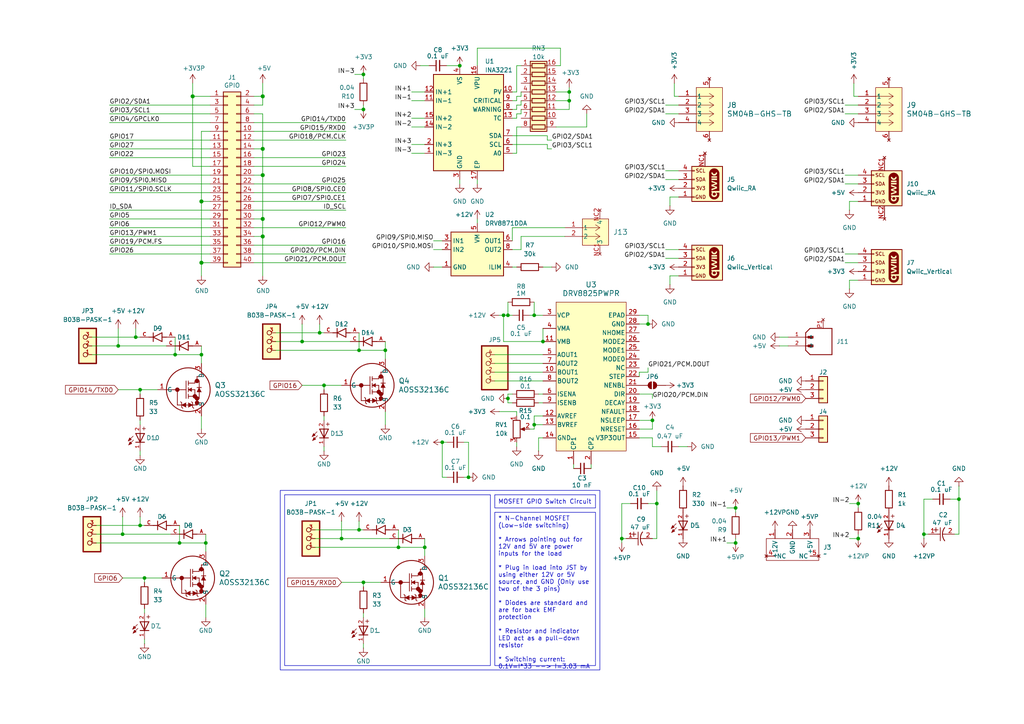
<source format=kicad_sch>
(kicad_sch (version 20231120) (generator "eeschema") (generator_version "8.0")
  (paper "A4")
  (title_block (title "SuperHAT (SHAT)") (date "2024-09-22") (rev "V1") (company "Rovotics") (comment 1 "Author: Harry O'Hagin"))
  (lib_symbols
    (symbol "+3.3V_1" (power) (pin_numbers hide) (pin_names (offset 0) hide)
      (property "Value" "+3.3V" (at 0 3.556 0))
      (symbol "+3.3V_1_1_1"
        (pin power_in line (at 0 0 90) (length 0) (name "~") (number "1"))
      )
    )
    (symbol "+3.3V_2" (power) (pin_numbers hide) (pin_names (offset 0) hide)
      (property "Value" "+3.3V" (at 0 3.556 0))
      (symbol "+3.3V_2_1_1"
        (pin power_in line (at 0 0 90) (length 0) (name "~") (number "1"))
      )
    )
    (symbol "+5V_1" (power) (pin_numbers hide) (pin_names (offset 0) hide)
      (property "Value" "+5V" (at 0 3.556 0))
      (symbol "+5V_1_1_1"
        (pin power_in line (at 0 0 90) (length 0) (name "~") (number "1"))
      )
    )
    (symbol "+5V_2" (power) (pin_numbers hide) (pin_names (offset 0) hide)
      (property "Value" "+5V" (at 0 3.556 0))
      (symbol "+5V_2_1_1"
        (pin power_in line (at 0 0 90) (length 0) (name "~") (number "1"))
      )
    )
    (symbol "+5V_3" (power) (pin_numbers hide) (pin_names (offset 0) hide)
      (property "Value" "+5V" (at 0 3.556 0))
      (symbol "+5V_3_1_1"
        (pin power_in line (at 0 0 90) (length 0) (name "~") (number "1"))
      )
    )
    (symbol "+5V_4" (power) (pin_numbers hide) (pin_names (offset 0) hide)
      (property "Value" "+5V" (at 0 3.556 0))
      (symbol "+5V_4_1_1"
        (pin power_in line (at 0 0 90) (length 0) (name "~") (number "1"))
      )
    )
    (symbol "+5V_5" (power) (pin_numbers hide) (pin_names (offset 0) hide)
      (property "Value" "+5V" (at 0 3.556 0))
      (symbol "+5V_5_1_1"
        (pin power_in line (at 0 0 90) (length 0) (name "~") (number "1"))
      )
    )
    (symbol "+5V_6" (power) (pin_numbers hide) (pin_names (offset 0) hide)
      (property "Value" "+5V" (at 0 3.556 0))
      (symbol "+5V_6_1_1"
        (pin power_in line (at 0 0 90) (length 0) (name "~") (number "1"))
      )
    )
    (symbol "+5V_7" (power) (pin_numbers hide) (pin_names (offset 0) hide)
      (property "Value" "+5V" (at 0 3.556 0))
      (symbol "+5V_7_1_1"
        (pin power_in line (at 0 0 90) (length 0) (name "~") (number "1"))
      )
    )
    (symbol "+5V_9" (power) (pin_numbers hide) (pin_names (offset 0) hide)
      (property "Value" "+5V" (at 0 3.556 0))
      (symbol "+5V_9_1_1"
        (pin power_in line (at 0 0 90) (length 0) (name "~") (number "1"))
      )
    )
    (symbol "0805 Red LED:WL-SMCW_0805" (pin_names (offset 1.016))
      (property "Reference" "D" (at -1.988 3.972 0))
      (property "Value" "WL-SMCW_0805" (at -2.628 -3.928 0))
      (symbol "WL-SMCW_0805_0_0"
        (text "+" (at 3.08 -1.74 0) (effects (font (size 1.27 1.27)) (justify left bottom)))
        (pin passive line (at -2.54 0 0) (length 2.54) (name "~") (number "1"))
        (pin passive line (at 5.08 0 180) (length 2.54) (name "~") (number "2"))
      )
    )
    (symbol "47 uF Tantalum Capacitor:T598D476M025ATE060" (pin_names (offset 0.254))
      (property "Reference" "C" (at 3.81 3.81 0))
      (property "Value" "T598D476M025ATE060" (at 3.81 -3.81 0))
      (symbol "T598D476M025ATE060_1_1"
        (pin unspecified line (at 0 0 0) (length 2.54) (name "") (number "1"))
        (pin unspecified line (at 7.62 0 180) (length 2.54) (name "") (number "2"))
      )
      (symbol "T598D476M025ATE060_1_2"
        (pin unspecified line (at 0 0 270) (length 2.54) (name "") (number "1"))
        (pin unspecified line (at 0 -7.62 90) (length 2.54) (name "") (number "2"))
      )
    )
    (symbol "AOSS32136C:AOSS32136C" (pin_names (offset 0.254))
      (property "Reference" "Q" (at 18.542 1.905 0))
      (property "Value" "AOSS32136C" (at 18.542 -2.54 0))
      (symbol "AOSS32136C_0_1"
        (pin unspecified line (at 0 0 0) (length 2.54) (name "G") (number "1"))
        (pin unspecified line (at 12.7 -7.62 90) (length 2.54) (name "S") (number "2"))
        (pin unspecified line (at 12.7 7.62 270) (length 2.54) (name "D") (number "3"))
      )
    )
    (symbol "B03B-PASK-1:B03B-PASK-1" (pin_names (offset 1.016))
      (property "Value" "B03B-PASK-1" (at 2.54 -1.2699 0))
      (symbol "B03B-PASK-1_0_0"
        (pin passive inverted (at -2.54 2.54 0) (length 2.54) (name "~") (number "1"))
        (pin passive inverted (at -2.54 0 0) (length 2.54) (name "~") (number "2"))
        (pin passive inverted (at -2.54 -2.54 0) (length 2.54) (name "~") (number "3"))
      )
    )
    (symbol "B04B-PASK-1:B04B-PASK-1" (pin_names (offset 1.016))
      (property "Reference" "JP5" (at -2.54 -10.16 0))
      (property "Value" "B04B-PASK-1" (at -2.54 -7.62 0))
      (symbol "B04B-PASK-1_0_0"
        (pin passive inverted (at -2.54 5.08 0) (length 2.54) (name "~") (number "1"))
        (pin passive inverted (at -2.54 2.54 0) (length 2.54) (name "~") (number "2"))
        (pin passive inverted (at -2.54 0 0) (length 2.54) (name "~") (number "3"))
        (pin passive inverted (at -2.54 -2.54 0) (length 2.54) (name "~") (number "4"))
      )
    )
    (symbol "BM02B-GHS-TBT:BM02B-GHS-TBT_LF__SN_" (pin_names (offset 1.016))
      (property "Reference" "J11" (at 8.89 -1.2699 0))
      (symbol "BM02B-GHS-TBT_LF__SN__0_0"
        (pin passive line (at -5.08 0 0) (length 5.08) (name "1") (number "1"))
        (pin passive line (at -5.08 -2.54 0) (length 5.08) (name "2") (number "2"))
      )
      (symbol "BM02B-GHS-TBT_LF__SN__1_1"
        (pin no_connect line (at 5.08 5.08 270) (length 2.54) (name "") (number "P1"))
      )
    )
    (symbol "Connector_Generic:Conn_02x20_Odd_Even" (pin_names (offset 1.016) hide)
      (property "Reference" "J" (at 1.27 25.4 0))
      (property "Value" "Conn_02x20_Odd_Even" (at 1.27 -27.94 0))
      (symbol "Conn_02x20_Odd_Even_1_1"
        (pin passive line (at -5.08 22.86 0) (length 3.81) (name "Pin_1") (number "1"))
        (pin passive line (at 7.62 12.7 180) (length 3.81) (name "Pin_10") (number "10"))
        (pin passive line (at -5.08 10.16 0) (length 3.81) (name "Pin_11") (number "11"))
        (pin passive line (at 7.62 10.16 180) (length 3.81) (name "Pin_12") (number "12"))
        (pin passive line (at -5.08 7.62 0) (length 3.81) (name "Pin_13") (number "13"))
        (pin passive line (at 7.62 7.62 180) (length 3.81) (name "Pin_14") (number "14"))
        (pin passive line (at -5.08 5.08 0) (length 3.81) (name "Pin_15") (number "15"))
        (pin passive line (at 7.62 5.08 180) (length 3.81) (name "Pin_16") (number "16"))
        (pin passive line (at -5.08 2.54 0) (length 3.81) (name "Pin_17") (number "17"))
        (pin passive line (at 7.62 2.54 180) (length 3.81) (name "Pin_18") (number "18"))
        (pin passive line (at -5.08 0 0) (length 3.81) (name "Pin_19") (number "19"))
        (pin passive line (at 7.62 22.86 180) (length 3.81) (name "Pin_2") (number "2"))
        (pin passive line (at 7.62 0 180) (length 3.81) (name "Pin_20") (number "20"))
        (pin passive line (at -5.08 -2.54 0) (length 3.81) (name "Pin_21") (number "21"))
        (pin passive line (at 7.62 -2.54 180) (length 3.81) (name "Pin_22") (number "22"))
        (pin passive line (at -5.08 -5.08 0) (length 3.81) (name "Pin_23") (number "23"))
        (pin passive line (at 7.62 -5.08 180) (length 3.81) (name "Pin_24") (number "24"))
        (pin passive line (at -5.08 -7.62 0) (length 3.81) (name "Pin_25") (number "25"))
        (pin passive line (at 7.62 -7.62 180) (length 3.81) (name "Pin_26") (number "26"))
        (pin passive line (at -5.08 -10.16 0) (length 3.81) (name "Pin_27") (number "27"))
        (pin passive line (at 7.62 -10.16 180) (length 3.81) (name "Pin_28") (number "28"))
        (pin passive line (at -5.08 -12.7 0) (length 3.81) (name "Pin_29") (number "29"))
        (pin passive line (at -5.08 20.32 0) (length 3.81) (name "Pin_3") (number "3"))
        (pin passive line (at 7.62 -12.7 180) (length 3.81) (name "Pin_30") (number "30"))
        (pin passive line (at -5.08 -15.24 0) (length 3.81) (name "Pin_31") (number "31"))
        (pin passive line (at 7.62 -15.24 180) (length 3.81) (name "Pin_32") (number "32"))
        (pin passive line (at -5.08 -17.78 0) (length 3.81) (name "Pin_33") (number "33"))
        (pin passive line (at 7.62 -17.78 180) (length 3.81) (name "Pin_34") (number "34"))
        (pin passive line (at -5.08 -20.32 0) (length 3.81) (name "Pin_35") (number "35"))
        (pin passive line (at 7.62 -20.32 180) (length 3.81) (name "Pin_36") (number "36"))
        (pin passive line (at -5.08 -22.86 0) (length 3.81) (name "Pin_37") (number "37"))
        (pin passive line (at 7.62 -22.86 180) (length 3.81) (name "Pin_38") (number "38"))
        (pin passive line (at -5.08 -25.4 0) (length 3.81) (name "Pin_39") (number "39"))
        (pin passive line (at 7.62 20.32 180) (length 3.81) (name "Pin_4") (number "4"))
        (pin passive line (at 7.62 -25.4 180) (length 3.81) (name "Pin_40") (number "40"))
        (pin passive line (at -5.08 17.78 0) (length 3.81) (name "Pin_5") (number "5"))
        (pin passive line (at 7.62 17.78 180) (length 3.81) (name "Pin_6") (number "6"))
        (pin passive line (at -5.08 15.24 0) (length 3.81) (name "Pin_7") (number "7"))
        (pin passive line (at 7.62 15.24 180) (length 3.81) (name "Pin_8") (number "8"))
        (pin passive line (at -5.08 12.7 0) (length 3.81) (name "Pin_9") (number "9"))
      )
    )
    (symbol "DRV8825:DRV8825PWPR" (pin_names (offset 0.254))
      (property "Reference" "U" (at 20.32 8.89 0))
      (property "Value" "DRV8825PWPR" (at 20.32 6.35 0))
      (symbol "DRV8825PWPR_1_1"
        (pin bidirectional line (at 15.24 -43.18 90) (length 3.81) (name "CP1") (number "1"))
        (pin output line (at 6.35 -16.51 0) (length 3.81) (name "BOUT1") (number "10"))
        (pin power_in line (at 6.35 -7.62 0) (length 3.81) (name "VMB") (number "11"))
        (pin input line (at 6.35 -29.21 0) (length 3.81) (name "AVREF") (number "12"))
        (pin input line (at 6.35 -31.75 0) (length 3.81) (name "BVREF") (number "13"))
        (pin power_in line (at 6.35 -35.56 0) (length 3.81) (name "GND") (number "14"))
        (pin output line (at 34.29 -35.56 180) (length 3.81) (name "V3P3OUT") (number "15"))
        (pin input line (at 34.29 -33.02 180) (length 3.81) (name "NRESET") (number "16"))
        (pin input line (at 34.29 -30.48 180) (length 3.81) (name "NSLEEP") (number "17"))
        (pin output line (at 34.29 -27.94 180) (length 3.81) (name "NFAULT") (number "18"))
        (pin input line (at 34.29 -25.4 180) (length 3.81) (name "DECAY") (number "19"))
        (pin bidirectional line (at 20.32 -43.18 90) (length 3.81) (name "CP2") (number "2"))
        (pin input line (at 34.29 -22.86 180) (length 3.81) (name "DIR") (number "20"))
        (pin input line (at 34.29 -20.32 180) (length 3.81) (name "NENBL") (number "21"))
        (pin input line (at 34.29 -17.78 180) (length 3.81) (name "STEP") (number "22"))
        (pin unspecified line (at 34.29 -15.24 180) (length 3.81) (name "NC") (number "23"))
        (pin input line (at 34.29 -12.7 180) (length 3.81) (name "MODE0") (number "24"))
        (pin input line (at 34.29 -10.16 180) (length 3.81) (name "MODE1") (number "25"))
        (pin input line (at 34.29 -7.62 180) (length 3.81) (name "MODE2") (number "26"))
        (pin output line (at 34.29 -5.08 180) (length 3.81) (name "NHOME") (number "27"))
        (pin power_in line (at 34.29 -2.54 180) (length 3.81) (name "GND") (number "28"))
        (pin unspecified line (at 34.29 0 180) (length 3.81) (name "EPAD") (number "29"))
        (pin bidirectional line (at 6.35 0 0) (length 3.81) (name "VCP") (number "3"))
        (pin power_in line (at 6.35 -3.81 0) (length 3.81) (name "VMA") (number "4"))
        (pin output line (at 6.35 -11.43 0) (length 3.81) (name "AOUT1") (number "5"))
        (pin bidirectional line (at 6.35 -22.86 0) (length 3.81) (name "ISENA") (number "6"))
        (pin output line (at 6.35 -13.97 0) (length 3.81) (name "AOUT2") (number "7"))
        (pin output line (at 6.35 -19.05 0) (length 3.81) (name "BOUT2") (number "8"))
        (pin bidirectional line (at 6.35 -25.4 0) (length 3.81) (name "ISENB") (number "9"))
      )
    )
    (symbol "Device:C_Small" (pin_numbers hide) (pin_names (offset 0.254) hide)
      (property "Reference" "C" (at 0.254 1.778 0))
      (property "Value" "C_Small" (at 0.254 -2.032 0))
      (symbol "C_Small_1_1"
        (pin passive line (at 0 2.54 270) (length 2.032) (name "~") (number "1"))
        (pin passive line (at 0 -2.54 90) (length 2.032) (name "~") (number "2"))
      )
    )
    (symbol "Device:R" (pin_numbers hide) (pin_names (offset 0))
      (property "Reference" "R" (at 2.032 0 90))
      (property "Value" "R" (at 0 0 90))
      (symbol "R_1_1"
        (pin passive line (at 0 3.81 270) (length 1.27) (name "~") (number "1"))
        (pin passive line (at 0 -3.81 90) (length 1.27) (name "~") (number "2"))
      )
    )
    (symbol "Device:R_Pack08" (pin_names (offset 0) hide)
      (property "Reference" "RN" (at -12.7 0 90))
      (property "Value" "R_Pack08" (at 10.16 0 90))
      (symbol "R_Pack08_1_1"
        (pin passive line (at -10.16 -5.08 90) (length 2.54) (name "R1.1") (number "1"))
        (pin passive line (at 5.08 5.08 270) (length 2.54) (name "R7.2") (number "10"))
        (pin passive line (at 2.54 5.08 270) (length 2.54) (name "R6.2") (number "11"))
        (pin passive line (at 0 5.08 270) (length 2.54) (name "R5.2") (number "12"))
        (pin passive line (at -2.54 5.08 270) (length 2.54) (name "R4.2") (number "13"))
        (pin passive line (at -5.08 5.08 270) (length 2.54) (name "R3.2") (number "14"))
        (pin passive line (at -7.62 5.08 270) (length 2.54) (name "R2.2") (number "15"))
        (pin passive line (at -10.16 5.08 270) (length 2.54) (name "R1.2") (number "16"))
        (pin passive line (at -7.62 -5.08 90) (length 2.54) (name "R2.1") (number "2"))
        (pin passive line (at -5.08 -5.08 90) (length 2.54) (name "R3.1") (number "3"))
        (pin passive line (at -2.54 -5.08 90) (length 2.54) (name "R4.1") (number "4"))
        (pin passive line (at 0 -5.08 90) (length 2.54) (name "R5.1") (number "5"))
        (pin passive line (at 2.54 -5.08 90) (length 2.54) (name "R6.1") (number "6"))
        (pin passive line (at 5.08 -5.08 90) (length 2.54) (name "R7.1") (number "7"))
        (pin passive line (at 7.62 -5.08 90) (length 2.54) (name "R8.1") (number "8"))
        (pin passive line (at 7.62 5.08 270) (length 2.54) (name "R8.2") (number "9"))
      )
    )
    (symbol "Device:R_Potentiometer" (pin_names (offset 1.016) hide)
      (property "Reference" "RV" (at -4.445 0 90))
      (property "Value" "R_Potentiometer" (at -2.54 0 90))
      (symbol "R_Potentiometer_1_1"
        (pin passive line (at 0 3.81 270) (length 1.27) (name "1") (number "1"))
        (pin passive line (at 3.81 0 180) (length 1.27) (name "2") (number "2"))
        (pin passive line (at 0 -3.81 90) (length 1.27) (name "3") (number "3"))
      )
    )
    (symbol "Driver_Motor:DRV8871DDA"
      (property "Reference" "U2" (at 2.1941 10.16 0))
      (property "Value" "DRV8871DDA" (at 2.1941 7.62 0))
      (symbol "DRV8871DDA_1_1"
        (pin power_in line (at -10.16 -5.08 0) (length 2.54) (name "GND") (number "1"))
        (pin input line (at -10.16 0 0) (length 2.54) (name "IN2") (number "2"))
        (pin input line (at -10.16 2.54 0) (length 2.54) (name "IN1") (number "3"))
        (pin passive line (at 10.16 -5.08 180) (length 2.54) (name "ILIM") (number "4"))
        (pin power_in line (at 0 7.62 270) (length 2.54) (name "VM") (number "5"))
        (pin output line (at 10.16 2.54 180) (length 2.54) (name "OUT1") (number "6"))
        (pin passive line (at 0 -10.16 90) (length 2.54) hide (name "GND") (number "7"))
        (pin output line (at 10.16 0 180) (length 2.54) (name "OUT2") (number "8"))
        (pin passive line (at 0 -10.16 90) (length 2.54) hide (name "GND") (number "9"))
      )
    )
    (symbol "GND_1" (power) (pin_numbers hide) (pin_names (offset 0) hide)
      (property "Value" "GND" (at 0 -3.81 0))
      (symbol "GND_1_1_1"
        (pin power_in line (at 0 0 270) (length 0) (name "~") (number "1"))
      )
    )
    (symbol "GND_12" (power) (pin_numbers hide) (pin_names (offset 0) hide)
      (property "Value" "GND" (at 0 -3.81 0))
      (symbol "GND_12_1_1"
        (pin power_in line (at 0 0 270) (length 0) (name "~") (number "1"))
      )
    )
    (symbol "GND_13" (power) (pin_numbers hide) (pin_names (offset 0) hide)
      (property "Value" "GND" (at 0 -3.81 0))
      (symbol "GND_13_1_1"
        (pin power_in line (at 0 0 270) (length 0) (name "~") (number "1"))
      )
    )
    (symbol "GND_14" (power) (pin_numbers hide) (pin_names (offset 0) hide)
      (property "Value" "GND" (at 0 -3.81 0))
      (symbol "GND_14_1_1"
        (pin power_in line (at 0 0 270) (length 0) (name "~") (number "1"))
      )
    )
    (symbol "GND_15" (power) (pin_numbers hide) (pin_names (offset 0) hide)
      (property "Value" "GND" (at 0 -3.81 0))
      (symbol "GND_15_1_1"
        (pin power_in line (at 0 0 270) (length 0) (name "~") (number "1"))
      )
    )
    (symbol "GND_16" (power) (pin_numbers hide) (pin_names (offset 0) hide)
      (property "Value" "GND" (at 0 -3.81 0))
      (symbol "GND_16_1_1"
        (pin power_in line (at 0 0 270) (length 0) (name "~") (number "1"))
      )
    )
    (symbol "GND_17" (power) (pin_numbers hide) (pin_names (offset 0) hide)
      (property "Value" "GND" (at 0 -3.81 0))
      (symbol "GND_17_1_1"
        (pin power_in line (at 0 0 270) (length 0) (name "~") (number "1"))
      )
    )
    (symbol "GND_18" (power) (pin_numbers hide) (pin_names (offset 0) hide)
      (property "Value" "GND" (at 0 -3.81 0))
      (symbol "GND_18_1_1"
        (pin power_in line (at 0 0 270) (length 0) (name "~") (number "1"))
      )
    )
    (symbol "GND_19" (power) (pin_numbers hide) (pin_names (offset 0) hide)
      (property "Value" "GND" (at 0 -3.81 0))
      (symbol "GND_19_1_1"
        (pin power_in line (at 0 0 270) (length 0) (name "~") (number "1"))
      )
    )
    (symbol "GND_2" (power) (pin_numbers hide) (pin_names (offset 0) hide)
      (property "Value" "GND" (at 0 -3.81 0))
      (symbol "GND_2_1_1"
        (pin power_in line (at 0 0 270) (length 0) (name "~") (number "1"))
      )
    )
    (symbol "GND_20" (power) (pin_numbers hide) (pin_names (offset 0) hide)
      (property "Value" "GND" (at 0 -3.81 0))
      (symbol "GND_20_1_1"
        (pin power_in line (at 0 0 270) (length 0) (name "~") (number "1"))
      )
    )
    (symbol "GND_21" (power) (pin_numbers hide) (pin_names (offset 0) hide)
      (property "Value" "GND" (at 0 -3.81 0))
      (symbol "GND_21_1_1"
        (pin power_in line (at 0 0 270) (length 0) (name "~") (number "1"))
      )
    )
    (symbol "GND_22" (power) (pin_numbers hide) (pin_names (offset 0) hide)
      (property "Value" "GND" (at 0 -3.81 0))
      (symbol "GND_22_1_1"
        (pin power_in line (at 0 0 270) (length 0) (name "~") (number "1"))
      )
    )
    (symbol "GND_23" (power) (pin_numbers hide) (pin_names (offset 0) hide)
      (property "Value" "GND" (at 0 -3.81 0))
      (symbol "GND_23_1_1"
        (pin power_in line (at 0 0 270) (length 0) (name "~") (number "1"))
      )
    )
    (symbol "GND_3" (power) (pin_numbers hide) (pin_names (offset 0) hide)
      (property "Value" "GND" (at 0 -3.81 0))
      (symbol "GND_3_1_1"
        (pin power_in line (at 0 0 270) (length 0) (name "~") (number "1"))
      )
    )
    (symbol "GND_4" (power) (pin_numbers hide) (pin_names (offset 0) hide)
      (property "Value" "GND" (at 0 -3.81 0))
      (symbol "GND_4_1_1"
        (pin power_in line (at 0 0 270) (length 0) (name "~") (number "1"))
      )
    )
    (symbol "GND_5" (power) (pin_numbers hide) (pin_names (offset 0) hide)
      (property "Value" "GND" (at 0 -3.81 0))
      (symbol "GND_5_1_1"
        (pin power_in line (at 0 0 270) (length 0) (name "~") (number "1"))
      )
    )
    (symbol "GND_6" (power) (pin_numbers hide) (pin_names (offset 0) hide)
      (property "Value" "GND" (at 0 -3.81 0))
      (symbol "GND_6_1_1"
        (pin power_in line (at 0 0 270) (length 0) (name "~") (number "1"))
      )
    )
    (symbol "GND_7" (power) (pin_numbers hide) (pin_names (offset 0) hide)
      (property "Value" "GND" (at 0 -3.81 0))
      (symbol "GND_7_1_1"
        (pin power_in line (at 0 0 270) (length 0) (name "~") (number "1"))
      )
    )
    (symbol "GND_8" (power) (pin_numbers hide) (pin_names (offset 0) hide)
      (property "Value" "GND" (at 0 -3.81 0))
      (symbol "GND_8_1_1"
        (pin power_in line (at 0 0 270) (length 0) (name "~") (number "1"))
      )
    )
    (symbol "GND_9" (power) (pin_numbers hide) (pin_names (offset 0) hide)
      (property "Value" "GND" (at 0 -3.81 0))
      (symbol "GND_9_1_1"
        (pin power_in line (at 0 0 270) (length 0) (name "~") (number "1"))
      )
    )
    (symbol "GSD2004WS-HE3-08:GSD2004WS-HE3-08" (pin_names (offset 1.016))
      (property "Reference" "D3" (at 0 -2.54 0))
      (property "Value" "~" (at 0 -2.54 0))
      (symbol "GSD2004WS-HE3-08_0_0"
        (pin passive line (at -5.08 0 0) (length 2.54) (name "~") (number "A"))
        (pin passive line (at 5.08 0 180) (length 2.54) (name "~") (number "C"))
      )
    )
    (symbol "Jumper:SolderJumper_2_Open" (pin_numbers hide) (pin_names (offset 0) hide) (exclude_from_sim yes) (in_bom no)
      (property "Reference" "JP" (at 0 2.032 0))
      (property "Value" "SolderJumper_2_Open" (at 0 -2.54 0))
      (symbol "SolderJumper_2_Open_1_1"
        (pin passive line (at -3.81 0 0) (length 2.54) (name "A") (number "1"))
        (pin passive line (at 3.81 0 180) (length 2.54) (name "B") (number "2"))
      )
    )
    (symbol "MR30PW-M:MR30PW-M"
      (property "Reference" "J3" (at 8.89 0.0001 0))
      (property "Value" "~" (at 8.89 -1.905 0))
      (symbol "MR30PW-M_1_1"
        (pin output line (at -5.08 5.08 270) (length 2.54) (name "+12V") (number "1"))
        (pin output line (at 0 5.08 270) (length 2.54) (name "GND") (number "2"))
        (pin output line (at 5.08 5.08 270) (length 2.54) (name "+5V") (number "3"))
        (pin no_connect line (at -7.62 -2.54 0) (length 2.54) (name "NC") (number "4"))
        (pin no_connect line (at 7.62 -2.54 180) (length 2.54) (name "NC") (number "5"))
      )
    )
    (symbol "Power_Management:INA3221"
      (property "Reference" "U" (at -10.16 17.78 0))
      (property "Value" "INA3221" (at 5.08 17.78 0))
      (symbol "INA3221_1_1"
        (pin input line (at -12.7 -7.62 0) (length 2.54) (name "IN-3") (number "1"))
        (pin open_collector line (at 12.7 10.16 180) (length 2.54) (name "PV") (number "10"))
        (pin input line (at -12.7 7.62 0) (length 2.54) (name "IN-1") (number "11"))
        (pin input line (at -12.7 10.16 0) (length 2.54) (name "IN+1") (number "12"))
        (pin open_collector line (at 12.7 2.54 180) (length 2.54) (name "TC") (number "13"))
        (pin input line (at -12.7 0 0) (length 2.54) (name "IN-2") (number "14"))
        (pin input line (at -12.7 2.54 0) (length 2.54) (name "IN+2") (number "15"))
        (pin power_in line (at 2.54 17.78 270) (length 2.54) (name "VPU") (number "16"))
        (pin passive line (at 2.54 -15.24 90) (length 2.54) (name "EP") (number "17"))
        (pin input line (at -12.7 -5.08 0) (length 2.54) (name "IN+3") (number "2"))
        (pin power_in line (at -2.54 -15.24 90) (length 2.54) (name "GND") (number "3"))
        (pin power_in line (at -2.54 17.78 270) (length 2.54) (name "VS") (number "4"))
        (pin input line (at 12.7 -7.62 180) (length 2.54) (name "A0") (number "5"))
        (pin input line (at 12.7 -5.08 180) (length 2.54) (name "SCL") (number "6"))
        (pin bidirectional line (at 12.7 -2.54 180) (length 2.54) (name "SDA") (number "7"))
        (pin open_collector line (at 12.7 5.08 180) (length 2.54) (name "WARNING") (number "8"))
        (pin open_collector line (at 12.7 7.62 180) (length 2.54) (name "CRITICAL") (number "9"))
      )
    )
    (symbol "Qwiic_Right_Angle_1" (pin_names (offset 1.016) hide)
      (property "Reference" "J5" (at 8.89 0.0001 0))
      (property "Value" "Qwiic_RA" (at 8.89 -2.5399 0))
      (symbol "Qwiic_Right_Angle_1_1_1"
        (text "3V3" (at 1.27 -2.54 0) (effects (font (size 1 1))))
        (text "GND" (at 1.27 -5.08 0) (effects (font (size 1 1))))
        (text "SCL" (at 1.27 2.54 0) (effects (font (size 1 1))))
        (text "SDA" (at 1.27 0 0) (effects (font (size 1 1))))
        (pin passive line (at -5.08 -5.08 0) (length 3.81) (name "Pin_1") (number "1"))
        (pin passive line (at -5.08 -2.54 0) (length 3.81) (name "Pin_2") (number "2"))
        (pin passive line (at -5.08 0 0) (length 3.81) (name "Pin_3") (number "3"))
        (pin passive line (at -5.08 2.54 0) (length 3.81) (name "Pin_4") (number "4"))
        (pin no_connect line (at 5.08 3.81 270) (length 2.54) hide (name "NC") (number "NC1"))
        (pin no_connect line (at 2.54 7.62 270) (length 3.81) (name "Pin_NC1") (number "NC1"))
        (pin no_connect line (at 6.35 3.81 270) (length 2.54) hide (name "NC") (number "NC2"))
        (pin no_connect line (at 2.54 -10.16 90) (length 3.81) (name "Pin_NC2") (number "NC2"))
      )
    )
    (symbol "Qwiic_Right_Angle_2" (pin_names (offset 1.016) hide)
      (property "Reference" "J5" (at 8.89 0.0001 0))
      (property "Value" "Qwiic_RA" (at 8.89 -2.5399 0))
      (symbol "Qwiic_Right_Angle_2_1_1"
        (text "3V3" (at 1.27 -2.54 0) (effects (font (size 1 1))))
        (text "GND" (at 1.27 -5.08 0) (effects (font (size 1 1))))
        (text "SCL" (at 1.27 2.54 0) (effects (font (size 1 1))))
        (text "SDA" (at 1.27 0 0) (effects (font (size 1 1))))
        (pin passive line (at -5.08 -5.08 0) (length 3.81) (name "Pin_1") (number "1"))
        (pin passive line (at -5.08 -2.54 0) (length 3.81) (name "Pin_2") (number "2"))
        (pin passive line (at -5.08 0 0) (length 3.81) (name "Pin_3") (number "3"))
        (pin passive line (at -5.08 2.54 0) (length 3.81) (name "Pin_4") (number "4"))
        (pin no_connect line (at 5.08 3.81 270) (length 2.54) hide (name "NC") (number "NC1"))
        (pin no_connect line (at 2.54 7.62 270) (length 3.81) (name "Pin_NC1") (number "NC1"))
      )
    )
    (symbol "SM02B-PASS-TBTLFSN_1" (pin_names (offset 0.254))
      (property "Reference" "J" (at 8.89 6.35 0))
      (property "Value" "SM02B-PASS-TBTLFSN" (at 0 0 0))
      (symbol "SM02B-PASS-TBTLFSN_1_1_1"
        (pin unspecified line (at 0 0 0) (length 5.08) (name "1") (number "1"))
        (pin unspecified line (at 0 -2.54 0) (length 5.08) (name "2") (number "2"))
        (pin no_connect line (at 10.16 -7.62 90) (length 2.54) (name "3") (number "NC1"))
        (pin no_connect line (at 10.16 5.08 270) (length 2.54) (name "4") (number "NC2"))
      )
      (symbol "SM02B-PASS-TBTLFSN_1_1_2"
        (pin unspecified line (at 0 0 0) (length 5.08) (name "1") (number "1"))
        (pin unspecified line (at 0 -2.54 0) (length 5.08) (name "2") (number "2"))
      )
    )
    (symbol "SM04B-GHS-TB_1" (pin_names (offset 0.254))
      (property "Reference" "J8" (at 13.97 -2.5399 0))
      (property "Value" "SM04B-GHS-TB" (at 13.97 -5.0799 0))
      (symbol "SM04B-GHS-TB_1_1_1"
        (pin unspecified line (at 0 0 0) (length 5.08) (name "1") (number "1"))
        (pin unspecified line (at 0 -2.54 0) (length 5.08) (name "2") (number "2"))
        (pin unspecified line (at 0 -5.08 0) (length 5.08) (name "3") (number "3"))
        (pin unspecified line (at 0 -7.62 0) (length 5.08) (name "4") (number "4"))
        (pin no_connect line (at 8.89 5.08 270) (length 2.54) (name "") (number "5"))
        (pin no_connect line (at 8.89 -12.7 90) (length 2.54) (name "") (number "6"))
      )
      (symbol "SM04B-GHS-TB_1_1_2"
        (pin unspecified line (at 0 0 0) (length 5.08) (name "1") (number "1"))
        (pin unspecified line (at 0 -2.54 0) (length 5.08) (name "2") (number "2"))
        (pin unspecified line (at 0 -5.08 0) (length 5.08) (name "3") (number "3"))
        (pin unspecified line (at 0 -7.62 0) (length 5.08) (name "4") (number "4"))
      )
    )
    (symbol "SparkFun-Connector:Conn_01x03" (pin_names (offset 1.016) hide)
      (symbol "Conn_01x03_1_1"
        (pin passive line (at -5.08 2.54 0) (length 3.81) (name "Pin_1") (number "1"))
        (pin passive line (at -5.08 0 0) (length 3.81) (name "Pin_2") (number "2"))
        (pin passive line (at -5.08 -2.54 0) (length 3.81) (name "Pin_3") (number "3"))
      )
    )
    (symbol "SparkFun-Connector:Qwiic_Vertical" (pin_names (offset 1.016) hide)
      (property "Reference" "J" (at 0 5.08 0))
      (property "Value" "Qwiic_Vertical" (at 0 -7.62 0))
      (symbol "Qwiic_Vertical_1_1"
        (text "3V3" (at 1.27 -2.54 0) (effects (font (size 1 1))))
        (text "GND" (at 1.27 -5.08 0) (effects (font (size 1 1))))
        (text "SCL" (at 1.27 2.54 0) (effects (font (size 1 1))))
        (text "SDA" (at 1.27 0 0) (effects (font (size 1 1))))
        (pin passive line (at -5.08 -5.08 0) (length 3.81) (name "Pin_1") (number "1"))
        (pin passive line (at -5.08 -2.54 0) (length 3.81) (name "Pin_2") (number "2"))
        (pin passive line (at -5.08 0 0) (length 3.81) (name "Pin_3") (number "3"))
        (pin passive line (at -5.08 2.54 0) (length 3.81) (name "Pin_4") (number "4"))
        (pin no_connect line (at 2.54 3.81 270) (length 2.54) hide (name "NC") (number "NC1"))
        (pin no_connect line (at 2.54 3.81 270) (length 2.54) hide (name "NC") (number "NC2"))
      )
    )
    (symbol "WL-SMCW_0805:WL-SMCW_0805" (pin_names (offset 1.016))
      (property "Reference" "D1" (at 1.27 -1.778 90))
      (symbol "WL-SMCW_0805_0_0"
        (text "+" (at 3.08 -1.74 0) (effects (font (size 1.27 1.27)) (justify left bottom)))
        (pin passive line (at -2.54 0 0) (length 2.54) (name "~") (number "1"))
        (pin passive line (at 5.08 0 180) (length 2.54) (name "~") (number "2"))
      )
    )
    (symbol "power:+12V" (power) (pin_numbers hide) (pin_names (offset 0) hide)
      (property "Value" "+12V" (at 0 3.556 0))
      (symbol "+12V_1_1"
        (pin power_in line (at 0 0 90) (length 0) (name "~") (number "1"))
      )
    )
    (symbol "power:+3.3V" (power) (pin_names (offset 0))
      (property "Value" "+3.3V" (at 0 3.556 0))
      (symbol "+3.3V_1_1"
        (pin power_in line (at 0 0 90) (length 0) hide (name "+3V3") (number "1"))
      )
    )
    (symbol "power:+3V3" (power) (pin_numbers hide) (pin_names (offset 0) hide)
      (property "Value" "+3V3" (at 0 3.556 0))
      (symbol "+3V3_1_1"
        (pin power_in line (at 0 0 90) (length 0) (name "~") (number "1"))
      )
    )
    (symbol "power:+5V" (power) (pin_names (offset 0))
      (property "Value" "+5V" (at 0 3.556 0))
      (symbol "+5V_1_1"
        (pin power_in line (at 0 0 90) (length 0) hide (name "+5V") (number "1"))
      )
    )
    (symbol "power:GND" (power) (pin_names (offset 0))
      (property "Value" "GND" (at 0 -3.81 0))
      (symbol "GND_1_1"
        (pin power_in line (at 0 0 270) (length 0) hide (name "GND") (number "1"))
      )
    )
  )
  (junction (at 92.71 96.52))
  (junction (at 40.64 152.4))
  (junction (at 187.96 93.98))
  (junction (at 58.42 102.87))
  (junction (at 76.2 27.94) (diameter 1.016))
  (junction (at 111.76 101.6))
  (junction (at 105.41 31.75))
  (junction (at 76.2 43.18) (diameter 1.016))
  (junction (at 52.07 157.48))
  (junction (at 104.14 101.6))
  (junction (at 115.57 158.75))
  (junction (at 123.19 158.75))
  (junction (at 105.41 168.91))
  (junction (at 165.1 26.67))
  (junction (at 133.35 19.05))
  (junction (at 190.5 146.05))
  (junction (at 248.92 156.21))
  (junction (at 104.14 153.67))
  (junction (at 58.42 76.2) (diameter 1.016))
  (junction (at 50.8 102.87))
  (junction (at 35.56 154.94))
  (junction (at 248.92 146.05))
  (junction (at 58.42 58.42) (diameter 1.016))
  (junction (at 34.29 100.33))
  (junction (at 154.94 91.44))
  (junction (at 278.13 144.78))
  (junction (at 157.48 99.06))
  (junction (at 59.69 157.48))
  (junction (at 76.2 68.58) (diameter 1.016))
  (junction (at 267.97 154.94))
  (junction (at 99.06 156.21))
  (junction (at 87.63 99.06))
  (junction (at 146.05 91.44))
  (junction (at 147.32 91.44))
  (junction (at 189.23 121.92))
  (junction (at 39.37 97.79))
  (junction (at 76.2 63.5) (diameter 1.016))
  (junction (at 213.36 157.48))
  (junction (at 154.94 123.19))
  (junction (at 180.34 156.21))
  (junction (at 76.2 50.8) (diameter 1.016))
  (junction (at 128.27 128.27))
  (junction (at 40.64 113.03))
  (junction (at 135.89 138.43))
  (junction (at 93.98 111.76))
  (junction (at 213.36 147.32))
  (junction (at 165.1 29.21))
  (junction (at 105.41 21.59))
  (junction (at 147.32 115.57))
  (junction (at 41.91 167.64))
  (junction (at 55.88 27.94) (diameter 1.016))
  (wire (pts (xy 134.62 128.27) (xy 135.89 128.27)))
  (wire (pts (xy 58.42 58.42) (xy 58.42 76.2)))
  (wire (pts (xy 73.66 58.42) (xy 100.33 58.42)))
  (wire (pts (xy 148.59 31.75) (xy 149.86 31.75)))
  (wire (pts (xy 104.14 101.6) (xy 111.76 101.6)))
  (wire (pts (xy 267.97 156.21) (xy 267.97 154.94)))
  (wire (pts (xy 149.86 31.75) (xy 149.86 30.48)))
  (wire (pts (xy 60.96 40.64) (xy 31.75 40.64)))
  (wire (pts (xy 278.13 144.78) (xy 278.13 154.94)))
  (wire (pts (xy 148.59 116.84) (xy 147.32 116.84)))
  (wire (pts (xy 170.18 36.83) (xy 170.18 33.02)))
  (wire (pts (xy 76.2 33.02) (xy 76.2 43.18)))
  (wire (pts (xy 158.75 43.18) (xy 158.75 41.91)))
  (wire (pts (xy 40.64 130.81) (xy 40.64 132.08)))
  (wire (pts (xy 104.14 96.52) (xy 104.14 101.6)))
  (wire (pts (xy 269.24 154.94) (xy 267.97 154.94)))
  (wire (pts (xy 76.2 50.8) (xy 73.66 50.8)))
  (wire (pts (xy 275.59 144.78) (xy 278.13 144.78)))
  (wire (pts (xy 151.13 72.39) (xy 151.13 68.58)))
  (wire (pts (xy 149.86 36.83) (xy 151.13 36.83)))
  (wire (pts (xy 76.2 63.5) (xy 76.2 68.58)))
  (wire (pts (xy 99.06 156.21) (xy 113.03 156.21)))
  (wire (pts (xy 134.62 138.43) (xy 135.89 138.43)))
  (wire (pts (xy 26.67 97.79) (xy 39.37 97.79)))
  (wire (pts (xy 34.29 100.33) (xy 48.26 100.33)))
  (wire (pts (xy 52.07 152.4) (xy 52.07 157.48)))
  (wire (pts (xy 149.86 26.67) (xy 149.86 19.05)))
  (wire (pts (xy 41.91 167.64) (xy 46.99 167.64)))
  (wire (pts (xy 105.41 177.8) (xy 105.41 179.07)))
  (wire (pts (xy 119.38 34.29) (xy 123.19 34.29)))
  (wire (pts (xy 185.42 127) (xy 189.23 127)))
  (wire (pts (xy 165.1 26.67) (xy 165.1 25.4)))
  (wire (pts (xy 210.82 147.32) (xy 213.36 147.32)))
  (wire (pts (xy 138.43 19.05) (xy 138.43 13.97)))
  (wire (pts (xy 39.37 95.25) (xy 39.37 97.79)))
  (wire (pts (xy 76.2 50.8) (xy 76.2 63.5)))
  (wire (pts (xy 213.36 147.32) (xy 213.36 148.59)))
  (wire (pts (xy 128.27 138.43) (xy 129.54 138.43)))
  (wire (pts (xy 73.66 35.56) (xy 100.33 35.56)))
  (wire (pts (xy 40.64 113.03) (xy 45.72 113.03)))
  (wire (pts (xy 128.27 128.27) (xy 129.54 128.27)))
  (wire (pts (xy 144.78 91.44) (xy 146.05 91.44)))
  (wire (pts (xy 93.98 111.76) (xy 99.06 111.76)))
  (wire (pts (xy 58.42 38.1) (xy 58.42 58.42)))
  (wire (pts (xy 58.42 102.87) (xy 58.42 105.41)))
  (wire (pts (xy 154.94 123.19) (xy 154.94 124.46)))
  (wire (pts (xy 185.42 124.46) (xy 189.23 124.46)))
  (wire (pts (xy 138.43 52.07) (xy 138.43 53.34)))
  (wire (pts (xy 148.59 44.45) (xy 149.86 44.45)))
  (wire (pts (xy 143.51 110.49) (xy 157.48 110.49)))
  (wire (pts (xy 129.54 19.05) (xy 133.35 19.05)))
  (wire (pts (xy 181.61 156.21) (xy 180.34 156.21)))
  (wire (pts (xy 180.34 157.48) (xy 180.34 156.21)))
  (wire (pts (xy 196.85 57.15) (xy 194.31 57.15)))
  (wire (pts (xy 58.42 38.1) (xy 60.96 38.1)))
  (wire (pts (xy 73.66 55.88) (xy 100.33 55.88)))
  (wire (pts (xy 147.32 91.44) (xy 147.32 87.63)))
  (wire (pts (xy 247.65 27.94) (xy 248.92 27.94)))
  (wire (pts (xy 87.63 99.06) (xy 101.6 99.06)))
  (wire (pts (xy 193.04 72.39) (xy 196.85 72.39)))
  (wire (pts (xy 60.96 60.96) (xy 31.75 60.96)))
  (wire (pts (xy 278.13 154.94) (xy 276.86 154.94)))
  (wire (pts (xy 248.92 58.42) (xy 246.38 58.42)))
  (wire (pts (xy 246.38 81.28) (xy 246.38 83.82)))
  (wire (pts (xy 31.75 63.5) (xy 60.96 63.5)))
  (wire (pts (xy 149.86 27.94) (xy 151.13 27.94)))
  (wire (pts (xy 196.85 80.01) (xy 194.31 80.01)))
  (wire (pts (xy 41.91 152.4) (xy 40.64 152.4)))
  (wire (pts (xy 190.5 156.21) (xy 189.23 156.21)))
  (wire (pts (xy 34.29 113.03) (xy 40.64 113.03)))
  (wire (pts (xy 246.38 58.42) (xy 246.38 60.96)))
  (wire (pts (xy 146.05 99.06) (xy 146.05 91.44)))
  (wire (pts (xy 105.41 153.67) (xy 104.14 153.67)))
  (wire (pts (xy 154.94 87.63) (xy 154.94 91.44)))
  (wire (pts (xy 52.07 157.48) (xy 59.69 157.48)))
  (wire (pts (xy 190.5 146.05) (xy 190.5 156.21)))
  (wire (pts (xy 161.29 29.21) (xy 165.1 29.21)))
  (wire (pts (xy 58.42 58.42) (xy 60.96 58.42)))
  (wire (pts (xy 59.69 157.48) (xy 59.69 160.02)))
  (wire (pts (xy 147.32 114.3) (xy 147.32 115.57)))
  (wire (pts (xy 149.86 44.45) (xy 149.86 36.83)))
  (wire (pts (xy 35.56 167.64) (xy 41.91 167.64)))
  (wire (pts (xy 148.59 29.21) (xy 149.86 29.21)))
  (wire (pts (xy 59.69 154.94) (xy 59.69 157.48)))
  (wire (pts (xy 226.06 100.33) (xy 228.6 100.33)))
  (wire (pts (xy 73.66 45.72) (xy 100.33 45.72)))
  (wire (pts (xy 148.59 77.47) (xy 149.86 77.47)))
  (wire (pts (xy 156.21 114.3) (xy 157.48 114.3)))
  (wire (pts (xy 80.01 96.52) (xy 92.71 96.52)))
  (wire (pts (xy 73.66 76.2) (xy 100.33 76.2)))
  (wire (pts (xy 58.42 76.2) (xy 58.42 80.01)))
  (wire (pts (xy 31.75 43.18) (xy 60.96 43.18)))
  (wire (pts (xy 91.44 156.21) (xy 99.06 156.21)))
  (wire (pts (xy 157.48 120.65) (xy 154.94 120.65)))
  (wire (pts (xy 133.35 52.07) (xy 133.35 53.34)))
  (wire (pts (xy 55.88 24.13) (xy 55.88 27.94)))
  (wire (pts (xy 26.67 102.87) (xy 50.8 102.87)))
  (wire (pts (xy 185.42 91.44) (xy 187.96 91.44)))
  (wire (pts (xy 35.56 154.94) (xy 49.53 154.94)))
  (wire (pts (xy 104.14 151.13) (xy 104.14 153.67)))
  (wire (pts (xy 92.71 93.98) (xy 92.71 96.52)))
  (wire (pts (xy 111.76 119.38) (xy 111.76 123.19)))
  (wire (pts (xy 189.23 121.92) (xy 189.23 124.46)))
  (wire (pts (xy 123.19 176.53) (xy 123.19 179.07)))
  (wire (pts (xy 76.2 68.58) (xy 73.66 68.58)))
  (wire (pts (xy 143.51 105.41) (xy 157.48 105.41)))
  (wire (pts (xy 187.96 91.44) (xy 187.96 93.98)))
  (wire (pts (xy 189.23 129.54) (xy 191.77 129.54)))
  (wire (pts (xy 151.13 27.94) (xy 151.13 26.67)))
  (wire (pts (xy 125.73 72.39) (xy 128.27 72.39)))
  (wire (pts (xy 34.29 95.25) (xy 34.29 100.33)))
  (wire (pts (xy 105.41 168.91) (xy 110.49 168.91)))
  (wire (pts (xy 31.75 33.02) (xy 60.96 33.02)))
  (wire (pts (xy 194.31 80.01) (xy 194.31 82.55)))
  (wire (pts (xy 165.1 31.75) (xy 165.1 29.21)))
  (wire (pts (xy 102.87 21.59) (xy 105.41 21.59)))
  (wire (pts (xy 125.73 69.85) (xy 128.27 69.85)))
  (wire (pts (xy 80.01 99.06) (xy 87.63 99.06)))
  (wire (pts (xy 31.75 55.88) (xy 60.96 55.88)))
  (wire (pts (xy 245.11 33.02) (xy 248.92 33.02)))
  (wire (pts (xy 154.94 91.44) (xy 153.67 91.44)))
  (wire (pts (xy 119.38 29.21) (xy 123.19 29.21)))
  (wire (pts (xy 55.88 48.26) (xy 60.96 48.26)))
  (wire (pts (xy 99.06 168.91) (xy 105.41 168.91)))
  (wire (pts (xy 158.75 41.91) (xy 148.59 41.91)))
  (wire (pts (xy 111.76 99.06) (xy 111.76 101.6)))
  (wire (pts (xy 151.13 68.58) (xy 163.83 68.58)))
  (wire (pts (xy 41.91 185.42) (xy 41.91 186.69)))
  (wire (pts (xy 149.86 34.29) (xy 149.86 33.02)))
  (wire (pts (xy 93.98 111.76) (xy 93.98 113.03)))
  (wire (pts (xy 246.38 146.05) (xy 248.92 146.05)))
  (wire (pts (xy 40.64 121.92) (xy 40.64 123.19)))
  (wire (pts (xy 60.96 30.48) (xy 31.75 30.48)))
  (wire (pts (xy 76.2 27.94) (xy 76.2 30.48)))
  (wire (pts (xy 123.19 156.21) (xy 123.19 158.75)))
  (wire (pts (xy 128.27 128.27) (xy 128.27 138.43)))
  (wire (pts (xy 165.1 29.21) (xy 165.1 26.67)))
  (wire (pts (xy 245.11 53.34) (xy 248.92 53.34)))
  (wire (pts (xy 245.11 73.66) (xy 248.92 73.66)))
  (wire (pts (xy 76.2 43.18) (xy 76.2 50.8)))
  (wire (pts (xy 123.19 41.91) (xy 119.38 41.91)))
  (wire (pts (xy 105.41 168.91) (xy 105.41 170.18)))
  (wire (pts (xy 73.66 40.64) (xy 100.33 40.64)))
  (wire (pts (xy 76.2 43.18) (xy 73.66 43.18)))
  (wire (pts (xy 157.48 77.47) (xy 160.02 77.47)))
  (wire (pts (xy 248.92 154.94) (xy 248.92 156.21)))
  (wire (pts (xy 76.2 24.13) (xy 76.2 27.94)))
  (wire (pts (xy 213.36 156.21) (xy 213.36 157.48)))
  (wire (pts (xy 115.57 158.75) (xy 123.19 158.75)))
  (wire (pts (xy 31.75 35.56) (xy 60.96 35.56)))
  (wire (pts (xy 59.69 175.26) (xy 59.69 179.07)))
  (wire (pts (xy 148.59 69.85) (xy 148.59 66.04)))
  (wire (pts (xy 58.42 120.65) (xy 58.42 124.46)))
  (wire (pts (xy 26.67 100.33) (xy 34.29 100.33)))
  (wire (pts (xy 76.2 27.94) (xy 73.66 27.94)))
  (wire (pts (xy 267.97 144.78) (xy 267.97 154.94)))
  (wire (pts (xy 55.88 27.94) (xy 55.88 48.26)))
  (wire (pts (xy 158.75 39.37) (xy 148.59 39.37)))
  (wire (pts (xy 105.41 30.48) (xy 105.41 31.75)))
  (wire (pts (xy 73.66 48.26) (xy 100.33 48.26)))
  (wire (pts (xy 125.73 77.47) (xy 128.27 77.47)))
  (wire (pts (xy 185.42 107.95) (xy 185.42 109.22)))
  (wire (pts (xy 210.82 157.48) (xy 213.36 157.48)))
  (wire (pts (xy 157.48 99.06) (xy 157.48 95.25)))
  (wire (pts (xy 73.66 38.1) (xy 100.33 38.1)))
  (wire (pts (xy 196.85 129.54) (xy 199.39 129.54)))
  (wire (pts (xy 195.58 27.94) (xy 196.85 27.94)))
  (wire (pts (xy 27.94 154.94) (xy 35.56 154.94)))
  (wire (pts (xy 248.92 146.05) (xy 248.92 147.32)))
  (wire (pts (xy 148.59 72.39) (xy 151.13 72.39)))
  (wire (pts (xy 248.92 81.28) (xy 246.38 81.28)))
  (wire (pts (xy 58.42 100.33) (xy 58.42 102.87)))
  (wire (pts (xy 154.94 120.65) (xy 154.94 123.19)))
  (wire (pts (xy 31.75 45.72) (xy 60.96 45.72)))
  (wire (pts (xy 138.43 63.5) (xy 138.43 64.77)))
  (wire (pts (xy 138.43 13.97) (xy 162.56 13.97)))
  (wire (pts (xy 187.96 107.95) (xy 185.42 107.95)))
  (wire (pts (xy 31.75 53.34) (xy 60.96 53.34)))
  (wire (pts (xy 149.86 33.02) (xy 151.13 33.02)))
  (wire (pts (xy 245.11 76.2) (xy 248.92 76.2)))
  (wire (pts (xy 153.67 124.46) (xy 154.94 124.46)))
  (wire (pts (xy 161.29 36.83) (xy 170.18 36.83)))
  (wire (pts (xy 99.06 151.13) (xy 99.06 156.21)))
  (wire (pts (xy 193.04 52.07) (xy 196.85 52.07)))
  (wire (pts (xy 31.75 66.04) (xy 60.96 66.04)))
  (wire (pts (xy 76.2 30.48) (xy 73.66 30.48)))
  (wire (pts (xy 148.59 66.04) (xy 163.83 66.04)))
  (wire (pts (xy 148.59 26.67) (xy 149.86 26.67)))
  (wire (pts (xy 189.23 127) (xy 189.23 129.54)))
  (wire (pts (xy 245.11 50.8) (xy 248.92 50.8)))
  (wire (pts (xy 40.64 113.03) (xy 40.64 114.3)))
  (wire (pts (xy 193.04 74.93) (xy 196.85 74.93)))
  (wire (pts (xy 123.19 44.45) (xy 119.38 44.45)))
  (wire (pts (xy 31.75 71.12) (xy 60.96 71.12)))
  (wire (pts (xy 180.34 146.05) (xy 180.34 156.21)))
  (wire (pts (xy 73.66 71.12) (xy 100.33 71.12)))
  (wire (pts (xy 27.94 152.4) (xy 40.64 152.4)))
  (wire (pts (xy 93.98 129.54) (xy 93.98 130.81)))
  (wire (pts (xy 195.58 24.13) (xy 195.58 27.94)))
  (wire (pts (xy 73.66 66.04) (xy 100.33 66.04)))
  (wire (pts (xy 58.42 76.2) (xy 60.96 76.2)))
  (wire (pts (xy 35.56 149.86) (xy 35.56 154.94)))
  (wire (pts (xy 151.13 30.48) (xy 151.13 29.21)))
  (wire (pts (xy 187.96 106.68) (xy 187.96 107.95)))
  (wire (pts (xy 123.19 158.75) (xy 123.19 161.29)))
  (wire (pts (xy 278.13 140.97) (xy 278.13 144.78)))
  (wire (pts (xy 73.66 73.66) (xy 100.33 73.66)))
  (wire (pts (xy 40.64 97.79) (xy 39.37 97.79)))
  (wire (pts (xy 185.42 114.3) (xy 189.23 114.3)))
  (wire (pts (xy 267.97 144.78) (xy 270.51 144.78)))
  (wire (pts (xy 162.56 13.97) (xy 162.56 19.05)))
  (wire (pts (xy 76.2 33.02) (xy 73.66 33.02)))
  (wire (pts (xy 31.75 73.66) (xy 60.96 73.66)))
  (wire (pts (xy 50.8 102.87) (xy 58.42 102.87)))
  (wire (pts (xy 187.96 146.05) (xy 190.5 146.05)))
  (wire (pts (xy 105.41 186.69) (xy 105.41 187.96)))
  (wire (pts (xy 148.59 34.29) (xy 149.86 34.29)))
  (wire (pts (xy 149.86 29.21) (xy 149.86 27.94)))
  (wire (pts (xy 194.31 57.15) (xy 194.31 59.69)))
  (wire (pts (xy 143.51 107.95) (xy 157.48 107.95)))
  (wire (pts (xy 50.8 97.79) (xy 50.8 102.87)))
  (wire (pts (xy 146.05 99.06) (xy 157.48 99.06)))
  (wire (pts (xy 180.34 146.05) (xy 182.88 146.05)))
  (wire (pts (xy 91.44 158.75) (xy 115.57 158.75)))
  (wire (pts (xy 149.86 19.05) (xy 151.13 19.05)))
  (wire (pts (xy 41.91 176.53) (xy 41.91 177.8)))
  (wire (pts (xy 121.92 19.05) (xy 124.46 19.05)))
  (wire (pts (xy 185.42 93.98) (xy 187.96 93.98)))
  (wire (pts (xy 93.98 96.52) (xy 92.71 96.52)))
  (wire (pts (xy 149.86 120.65) (xy 149.86 119.38)))
  (wire (pts (xy 144.78 119.38) (xy 149.86 119.38)))
  (wire (pts (xy 154.94 91.44) (xy 157.48 91.44)))
  (wire (pts (xy 161.29 19.05) (xy 162.56 19.05)))
  (wire (pts (xy 156.21 116.84) (xy 157.48 116.84)))
  (wire (pts (xy 149.86 128.27) (xy 149.86 129.54)))
  (wire (pts (xy 41.91 167.64) (xy 41.91 168.91)))
  (wire (pts (xy 111.76 101.6) (xy 111.76 104.14)))
  (wire (pts (xy 105.41 21.59) (xy 105.41 22.86)))
  (wire (pts (xy 119.38 36.83) (xy 123.19 36.83)))
  (wire (pts (xy 76.2 68.58) (xy 76.2 80.01)))
  (wire (pts (xy 193.04 30.48) (xy 196.85 30.48)))
  (wire (pts (xy 27.94 157.48) (xy 52.07 157.48)))
  (wire (pts (xy 73.66 53.34) (xy 100.33 53.34)))
  (wire (pts (xy 80.01 101.6) (xy 104.14 101.6)))
  (wire (pts (xy 60.96 68.58) (xy 31.75 68.58)))
  (wire (pts (xy 115.57 153.67) (xy 115.57 158.75)))
  (wire (pts (xy 158.75 40.64) (xy 158.75 39.37)))
  (wire (pts (xy 135.89 128.27) (xy 135.89 138.43)))
  (wire (pts (xy 151.13 31.75) (xy 151.13 33.02)))
  (wire (pts (xy 193.04 49.53) (xy 196.85 49.53)))
  (wire (pts (xy 93.98 120.65) (xy 93.98 121.92)))
  (wire (pts (xy 40.64 149.86) (xy 40.64 152.4)))
  (wire (pts (xy 245.11 30.48) (xy 248.92 30.48)))
  (wire (pts (xy 76.2 63.5) (xy 73.66 63.5)))
  (wire (pts (xy 147.32 91.44) (xy 146.05 91.44)))
  (wire (pts (xy 226.06 97.79) (xy 228.6 97.79)))
  (wire (pts (xy 148.59 114.3) (xy 147.32 114.3)))
  (wire (pts (xy 149.86 30.48) (xy 151.13 30.48)))
  (wire (pts (xy 166.37 135.89) (xy 166.37 134.62)))
  (wire (pts (xy 55.88 27.94) (xy 60.96 27.94)))
  (wire (pts (xy 190.5 142.24) (xy 190.5 146.05)))
  (wire (pts (xy 171.45 135.89) (xy 171.45 134.62)))
  (wire (pts (xy 87.63 93.98) (xy 87.63 99.06)))
  (wire (pts (xy 158.75 43.18) (xy 160.02 43.18)))
  (wire (pts (xy 87.63 111.76) (xy 93.98 111.76)))
  (wire (pts (xy 161.29 31.75) (xy 165.1 31.75)))
  (wire (pts (xy 102.87 31.75) (xy 105.41 31.75)))
  (wire (pts (xy 156.21 127) (xy 156.21 130.81)))
  (wire (pts (xy 147.32 116.84) (xy 147.32 115.57)))
  (wire (pts (xy 193.04 33.02) (xy 196.85 33.02)))
  (wire (pts (xy 247.65 24.13) (xy 247.65 27.94)))
  (wire (pts (xy 161.29 26.67) (xy 165.1 26.67)))
  (wire (pts (xy 189.23 115.57) (xy 189.23 114.3)))
  (wire (pts (xy 143.51 102.87) (xy 157.48 102.87)))
  (wire (pts (xy 246.38 156.21) (xy 248.92 156.21)))
  (wire (pts (xy 157.48 123.19) (xy 154.94 123.19)))
  (wire (pts (xy 60.96 50.8) (xy 31.75 50.8)))
  (wire (pts (xy 185.42 121.92) (xy 189.23 121.92)))
  (wire (pts (xy 73.66 60.96) (xy 100.33 60.96)))
  (wire (pts (xy 158.75 40.64) (xy 160.02 40.64)))
  (wire (pts (xy 119.38 26.67) (xy 123.19 26.67)))
  (wire (pts (xy 91.44 153.67) (xy 104.14 153.67)))
  (wire (pts (xy 147.32 91.44) (xy 148.59 91.44)))
  (wire (pts (xy 157.48 127) (xy 156.21 127)))
  (rectangle (start 82.55 143.51) (end 142.24 193.04))
  (rectangle (start 81.28 142.24) (end 173.99 194.31))
  (text_box "MOSFET GPIO Switch Circuit" (at 143.51 143.51 0) (size 29.21 3.81) (effects (font (size 1.27 1.27)) (justify left)))
  (text_box "* N-Channel MOSFET (Low-side switching)\n\n* Arrows pointing out for 12V and 5V are power inputs for the load\n\n* Plug in load into JST by using either 12V or 5V source, and GND (Only use two of the 3 pins)\n\n* Diodes are standard and are for back EMF protection\n\n* Resistor and indicator LED act as a pull-down resistor\n\n* Switching current: 0.1V=I*33 --> I=3.03 mA\n" (at 143.51 148.59 0) (size 29.21 44.45) (effects (font (size 1.27 1.27)) (justify left top)))
  (label "GPIO3{slash}SCL1" (at 245.11 30.48 180))
  (label "ID_SDA" (at 31.75 60.96 0))
  (label "GPIO6" (at 31.75 66.04 0))
  (label "GPIO3{slash}SCL1" (at 193.04 30.48 180))
  (label "ID_SCL" (at 100.33 60.96 180))
  (label "GPIO3{slash}SCL1" (at 193.04 49.53 180))
  (label "GPIO5" (at 31.75 63.5 0))
  (label "GPIO21{slash}PCM.DOUT" (at 100.33 76.2 180))
  (label "GPIO19{slash}PCM.FS" (at 31.75 71.12 0))
  (label "GPIO10{slash}SPI0.MOSI" (at 31.75 50.8 0))
  (label "GPIO9{slash}SPI0.MISO" (at 31.75 53.34 0))
  (label "GPIO23" (at 100.33 45.72 180))
  (label "IN+3" (at 102.87 31.75 180))
  (label "IN+1" (at 210.82 157.48 180))
  (label "IN-2" (at 119.38 36.83 180))
  (label "GPIO4{slash}GPCLK0" (at 31.75 35.56 0))
  (label "IN-3" (at 102.87 21.59 180))
  (label "GPIO27" (at 31.75 43.18 0))
  (label "GPIO26" (at 31.75 73.66 0))
  (label "GPIO14{slash}TXD0" (at 100.33 35.56 180))
  (label "GPIO8{slash}SPI0.CE0" (at 100.33 55.88 180))
  (label "GPIO15{slash}RXD0" (at 100.33 38.1 180))
  (label "GPIO16" (at 100.33 71.12 180))
  (label "GPIO3{slash}SCL1" (at 245.11 73.66 180))
  (label "GPIO2{slash}SDA1" (at 245.11 53.34 180))
  (label "GPIO2{slash}SDA1" (at 245.11 76.2 180))
  (label "IN+1" (at 119.38 26.67 180))
  (label "IN-1" (at 210.82 147.32 180))
  (label "IN+3" (at 119.38 41.91 180))
  (label "GPIO22" (at 31.75 45.72 0))
  (label "GPIO3{slash}SCL1" (at 245.11 50.8 180))
  (label "IN+2" (at 119.38 34.29 180))
  (label "GPIO2{slash}SDA1" (at 31.75 30.48 0))
  (label "IN-2" (at 246.38 146.05 180))
  (label "GPIO17" (at 31.75 40.64 0))
  (label "GPIO2{slash}SDA1" (at 193.04 74.93 180))
  (label "GPIO25" (at 100.33 53.34 180))
  (label "GPIO9{slash}SPI0.MISO" (at 125.73 69.85 180))
  (label "GPIO2{slash}SDA1" (at 245.11 33.02 180))
  (label "GPIO3{slash}SCL1" (at 31.75 33.02 0))
  (label "GPIO21{slash}PCM.DOUT" (at 187.96 106.68 0))
  (label "GPIO18{slash}PCM.CLK" (at 100.33 40.64 180))
  (label "GPIO2{slash}SDA1" (at 160.02 40.64 0))
  (label "GPIO12{slash}PWM0" (at 100.33 66.04 180))
  (label "GPIO2{slash}SDA1" (at 193.04 52.07 180))
  (label "GPIO3{slash}SCL1" (at 193.04 72.39 180))
  (label "IN-3" (at 119.38 44.45 180))
  (label "GPIO13{slash}PWM1" (at 31.75 68.58 0))
  (label "GPIO20{slash}PCM.DIN" (at 100.33 73.66 180))
  (label "GPIO24" (at 100.33 48.26 180))
  (label "GPIO7{slash}SPI0.CE1" (at 100.33 58.42 180))
  (label "IN-1" (at 119.38 29.21 180))
  (label "GPIO20{slash}PCM.DIN" (at 189.23 115.57 0))
  (label "GPIO10{slash}SPI0.MOSI" (at 125.73 72.39 180))
  (label "GPIO2{slash}SDA1" (at 193.04 33.02 180))
  (label "GPIO3{slash}SCL1" (at 160.02 43.18 0))
  (label "GPIO11{slash}SPI0.SCLK" (at 31.75 55.88 0))
  (label "IN+2" (at 246.38 156.21 180))
  (global_label "GPIO14{slash}TXD0" (shape input) (at 34.29 113.03 180) (property "Intersheetrefs" "${INTERSHEET_REFS}" (effects (hide yes))))
  (global_label "GPIO15{slash}RXD0" (shape input) (at 99.06 168.91 180) (property "Intersheetrefs" "${INTERSHEET_REFS}" (effects (hide yes))))
  (global_label "GPIO12{slash}PWM0" (shape input) (at 233.68 115.57 180) (property "Intersheetrefs" "${INTERSHEET_REFS}" (effects (hide yes))))
  (global_label "GPIO6" (shape input) (at 35.56 167.64 180) (property "Intersheetrefs" "${INTERSHEET_REFS}" (effects (hide yes))))
  (global_label "GPIO16" (shape input) (at 87.63 111.76 180) (property "Intersheetrefs" "${INTERSHEET_REFS}" (effects (hide yes))))
  (global_label "GPIO13{slash}PWM1" (shape input) (at 233.68 127 180) (property "Intersheetrefs" "${INTERSHEET_REFS}" (effects (hide yes))))
  (symbol (lib_id "power:+5V") (at 76.2 24.13 0) (unit 1)
    (property "Reference" "#PWR01" (effects (hide yes)))
    (property "Value" "+5V" (at 76.5683 19.8056 0))
  )
  (symbol (lib_id "power:+3.3V") (at 55.88 24.13 0) (unit 1)
    (property "Reference" "#PWR04" (effects (hide yes)))
    (property "Value" "+3V3P" (at 56.2483 19.8056 0))
  )
  (symbol (lib_id "power:GND") (at 76.2 80.01 0) (unit 1)
    (property "Reference" "#PWR02" (effects (hide yes)))
    (property "Value" "GND" (at 76.3143 84.3344 0))
  )
  (symbol (lib_id "power:GND") (at 58.42 80.01 0) (unit 1)
    (property "Reference" "#PWR03" (effects (hide yes)))
    (property "Value" "GND" (at 58.5343 84.3344 0))
  )
  (symbol (lib_id "Connector_Generic:Conn_02x20_Odd_Even") (at 66.04 50.8 0) (unit 1)
    (property "Reference" "J1" (at 67.31 22.4598 0))
    (property "Value" "GPIO" (at 67.31 24.765 0))
    (property "Footprint" "Connector_PinSocket_2.54mm:PinSocket_2x20_P2.54mm_Vertical" (effects (hide yes)))
    (property "Datasheet" "https://cdn-shop.adafruit.com/product-files/2187/CS25582-40G-M36-0A%20(1).jpg" (effects (hide yes)))
    (property "Description" "2x20 SMT Header for Raspberry Pi 4 HAT" (effects (hide yes)))
    (property "Mfr." "Adafruit" (effects (hide yes)))
    (property "Mfr. Part #" "2187" (effects (hide yes)))
    (property "Price" "$1.95" (effects (hide yes)))
    (property "Order Link" "https://www.adafruit.com/product/2187" (effects (hide yes)))
  )
  (symbol (lib_name "+3.3V_2") (lib_id "power:+3.3V") (at 248.92 78.74 90) (unit 1)
    (property "Reference" "#PWR049" (effects (hide yes)))
    (property "Value" "+3V3" (at 245.11 78.7399 90) (effects (justify left)))
    (property "Description" "Power symbol creates a global label with name \"+3.3V\"" (effects (hide yes)))
  )
  (symbol (lib_id "B03B-PASK-1:B03B-PASK-1") (at 77.47 99.06 180) (unit 1)
    (property "Reference" "JP4" (at 78.74 88.9 0))
    (property "Value" "B03B-PASK-1" (at 78.74 91.44 0))
    (property "Footprint" "3 Pin JST-PA Vertical:B03B-PASK-1" (effects (hide yes)))
    (property "Datasheet" "https://www.jst-mfg.com/product/pdf/eng/ePA-F.pdf" (effects (hide yes)))
    (property "Description" "JST-PA 3-PIN Vertical Through Hole Connector" (effects (hide yes)))
    (property "Mfr." "JST Sales America Inc." (effects (hide yes)))
    (property "Mfr. Part #" "B03B-PASK-1" (effects (hide yes)))
    (property "Price" "$0.25" (effects (hide yes)))
    (property "Order Link" "https://www.digikey.com/en/products/detail/jst-sales-america-inc/B03B-PASK-1/926739" (effects (hide yes)))
  )
  (symbol (lib_name "GND_17") (lib_id "power:GND") (at 135.89 138.43 90) (unit 1)
    (property "Reference" "#PWR071" (effects (hide yes)))
    (property "Value" "GND" (at 139.7 138.4299 90) (effects (justify right)))
    (property "Description" "Power symbol creates a global label with name \"GND\" , ground" (effects (hide yes)))
  )
  (symbol (lib_id "DRV8825:DRV8825PWPR") (at 151.13 91.44 0) (unit 1)
    (property "Reference" "U3" (at 171.45 82.55 0) (effects (font (size 1.524 1.524))))
    (property "Value" "DRV8825PWPR" (at 171.45 85.09 0) (effects (font (size 1.524 1.524))))
    (property "Footprint" "DRV8825:PWP28_5P18X3P1" (effects (hide yes)))
    (property "Datasheet" "https://www.ti.com/general/docs/suppproductinfo.tsp?distId=10&gotoUrl=https%3A%2F%2Fwww.ti.com%2Flit%2Fgpn%2Fdrv8825" (effects (hide yes)))
    (property "Description" "Bipolar Stepper Motor Driver Power MOSFET Logic 28-HTSSOP" (effects (hide yes)))
    (property "Mfr." "Texas Instruments" (effects (hide yes)))
    (property "Mfr. Part #" "DRV8825PWPR" (effects (hide yes)))
    (property "Price" "$5.14" (effects (hide yes)))
    (property "Order Link" "https://www.digikey.com/en/products/detail/texas-instruments/DRV8825PWPR/2695909" (effects (hide yes)))
  )
  (symbol (lib_name "GND_21") (lib_id "power:GND") (at 199.39 129.54 90) (unit 1)
    (property "Reference" "#PWR065" (effects (hide yes)))
    (property "Value" "GND" (at 203.2 129.5399 90) (effects (justify right)))
    (property "Description" "Power symbol creates a global label with name \"GND\" , ground" (effects (hide yes)))
  )
  (symbol (lib_name "+5V_4") (lib_id "power:+5V") (at 233.68 124.46 90) (unit 1)
    (property "Reference" "#PWR032" (effects (hide yes)))
    (property "Value" "+5V" (at 229.87 124.4599 90) (effects (justify left)))
    (property "Description" "Power symbol creates a global label with name \"+5V\"" (effects (hide yes)))
  )
  (symbol (lib_id "Device:C_Small") (at 132.08 138.43 90) (unit 1)
    (property "Reference" "C7" (at 132.08 133.858 90))
    (property "Value" "0.1 uF" (at 132.08 135.636 90))
    (property "Footprint" "0805 Ceramic Capacitor:CAPC2012X140N" (effects (hide yes)))
    (property "Datasheet" "https://content.kemet.com/datasheets/KEM_C1023_X7R_AUTO_SMD.pdf" (effects (hide yes)))
    (property "Description" "Ceramic Capacitor 0.1uF ±5% 50V X7R 0805" (effects (hide yes)))
    (property "Mfr." "KEMET" (effects (hide yes)))
    (property "Mfr. Part #" "C0805C104J5RACAUTO" (effects (hide yes)))
    (property "Price" "$0.109" (effects (hide yes)))
    (property "Order Link" "https://www.digikey.com/en/products/detail/kemet/C0805C104J5RACAUTO/3314919" (effects (hide yes)))
  )
  (symbol (lib_id "power:+12V") (at 40.64 149.86 0) (unit 1)
    (property "Reference" "#PWR017" (effects (hide yes)))
    (property "Value" "+12V" (at 40.64 144.78 0))
    (property "Description" "Power symbol creates a global label with name \"+12V\"" (effects (hide yes)))
  )
  (symbol (lib_id "Device:C_Small") (at 127 19.05 90) (unit 1)
    (property "Reference" "C8" (at 127 14.478 90))
    (property "Value" "0.1 uF" (at 127 16.256 90))
    (property "Footprint" "0805 Ceramic Capacitor:CAPC2012X140N" (effects (hide yes)))
    (property "Datasheet" "https://content.kemet.com/datasheets/KEM_C1023_X7R_AUTO_SMD.pdf" (effects (hide yes)))
    (property "Description" "Ceramic Capacitor 0.1uF ±5% 50V X7R 0805" (effects (hide yes)))
    (property "Mfr." "KEMET" (effects (hide yes)))
    (property "Mfr. Part #" "C0805C104J5RACAUTO" (effects (hide yes)))
    (property "Price" "$0.109" (effects (hide yes)))
    (property "Order Link" "https://www.digikey.com/en/products/detail/kemet/C0805C104J5RACAUTO/3314919" (effects (hide yes)))
  )
  (symbol (lib_name "GND_19") (lib_id "power:GND") (at 187.96 93.98 90) (unit 1)
    (property "Reference" "#PWR061" (effects (hide yes)))
    (property "Value" "GND" (at 191.77 93.9799 90) (effects (justify right)))
    (property "Description" "Power symbol creates a global label with name \"GND\" , ground" (effects (hide yes)))
  )
  (symbol (lib_name "GND_19") (lib_id "power:GND") (at 156.21 130.81 0) (unit 1)
    (property "Reference" "#PWR054" (effects (hide yes)))
    (property "Value" "GND" (at 156.21 135.89 0))
    (property "Description" "Power symbol creates a global label with name \"GND\" , ground" (effects (hide yes)))
  )
  (symbol (lib_id "SparkFun-Connector:Qwiic_Vertical") (at 254 76.2 0) (unit 1)
    (property "Reference" "J7" (at 262.89 76.1999 0) (effects (justify left)))
    (property "Value" "Qwiic_Vertical" (at 262.89 78.7399 0) (effects (justify left)))
    (property "Footprint" "SparkFun-Connector:JST_SMD_1.0mm-4_Vertical" (effects (hide yes)))
    (property "Datasheet" "https://www.jst-mfg.com/product/pdf/eng/eSH.pdf" (effects (hide yes)))
    (property "Description" "4 pin JST-SH 1mm polarized connector for I2C" (effects (hide yes)))
    (property "Mfr." "JST Sales America Inc." (effects (hide yes)))
    (property "Mfr. Part #" "BM04B-SRSS-TB" (effects (hide yes)))
    (property "Price" "$0.54" (effects (hide yes)))
    (property "Order Link" "https://www.digikey.com/en/products/detail/jst-sales-america-inc/BM04B-SRSS-TB/926696" (effects (hide yes)))
  )
  (symbol (lib_name "+5V_2") (lib_id "power:+5V") (at 213.36 147.32 0) (unit 1)
    (property "Reference" "#PWR072" (effects (hide yes)))
    (property "Value" "+5V" (at 213.36 142.24 0))
    (property "Description" "Power symbol creates a global label with name \"+5V\"" (effects (hide yes)))
  )
  (symbol (lib_name "Qwiic_Right_Angle_1") (lib_id "SparkFun-Connector:Qwiic_Right_Angle") (at 254 53.34 0) (unit 1)
    (property "Reference" "J10" (at 262.89 53.3399 0) (effects (justify left)))
    (property "Value" "Qwiic_RA" (at 262.89 55.8799 0) (effects (justify left)))
    (property "Footprint" "QWIIC Connector RA:QWIIC Connector RA" (effects (hide yes)))
    (property "Datasheet" "https://www.jst-mfg.com/product/pdf/eng/eSH.pdf" (effects (hide yes)))
    (property "Description" "4 pin JST 1mm polarized connector for I2C" (effects (hide yes)))
    (property "Mfr." "JST Sales America Inc." (effects (hide yes)))
    (property "Mfr. #" "SM04B-SRSS-TB" (effects (hide yes)))
    (property "Price" "$0.52" (effects (hide yes)))
    (property "Order Link" "https://www.digikey.com/en/products/detail/jst-sales-america-inc/SM04B-SRSS-TB/926710" (effects (hide yes)))
  )
  (symbol (lib_name "+5V_2") (lib_id "power:+5V") (at 105.41 21.59 0) (unit 1)
    (property "Reference" "#PWR079" (effects (hide yes)))
    (property "Value" "+3V3" (at 105.41 16.51 0))
    (property "Description" "Power symbol creates a global label with name \"+5V\"" (effects (hide yes)))
  )
  (symbol (lib_name "+5V_2") (lib_id "power:+5V") (at 105.41 31.75 180) (unit 1)
    (property "Reference" "#PWR080" (effects (hide yes)))
    (property "Value" "+3V3P" (at 105.41 36.83 0))
    (property "Description" "Power symbol creates a global label with name \"+5V\"" (effects (hide yes)))
  )
  (symbol (lib_name "+5V_6") (lib_id "power:+5V") (at 248.92 55.88 90) (unit 1)
    (property "Reference" "#PWR042" (effects (hide yes)))
    (property "Value" "+5V" (at 245.11 55.8799 90) (effects (justify left)))
    (property "Description" "Power symbol creates a global label with name \"+5V\"" (effects (hide yes)))
  )
  (symbol (lib_id "GSD2004WS-HE3-08:GSD2004WS-HE3-08") (at 110.49 153.67 180) (unit 1)
    (property "Reference" "D2" (at 110.49 151.13 0))
    (property "Value" "~" (at 110.49 151.13 0))
    (property "Footprint" "Standard Diode:SOD2613X115N" (effects (hide yes)))
    (property "Datasheet" "https://www.vishay.com/docs/85730/gsd2004w.pdf" (effects (hide yes)))
    (property "Description" "Standard Diode SOD-323" (effects (hide yes)))
    (property "Mfr." "Vishay Semiconductor" (effects (hide yes)))
    (property "Mfr. Part #" "GSD2004WS-HE3-08" (effects (hide yes)))
    (property "Price" "$0.21" (effects (hide yes)))
    (property "Order Link" "https://www.digikey.com/en/products/detail/vishay-general-semiconductor-diodes-division/GSD2004WS-HE3-08/4831745?s=N4IgjCBcpgbFoDGUBmBDANgZwKYBoQB7KAbRABYAGSgJnIgKtoHZmQBdAgBwBcoQAyjwBOASwB2AcxABfArACcCEMkjps%2BIqQqUFAZn0dufSIJETpckAFZmlZavW4CxSGSrN9ADiMhe-ITEpWQIwBVYHVExnLTcQPTgFMBpff1NAixDwBS8laBUojRdte3YrGhpYCHzHaM1XMjAAAgA1JoABJrBqJoBbAEFUkxAAYUIAVy4MHAATAFVxUR4AeRQAWRw0LHHhHCyAWngaqBFx%2Bu0UsoJ9lOPIU-O46w4Zcu0Z0UIZvbKgA" (effects (hide yes)))
  )
  (symbol (lib_name "+5V_2") (lib_id "power:+5V") (at 234.95 153.67 0) (unit 1)
    (property "Reference" "#PWR09" (effects (hide yes)))
    (property "Value" "+5VP" (at 232.156 149.86 0) (effects (justify left)))
    (property "Description" "Power symbol creates a global label with name \"+5V\"" (effects (hide yes)))
  )
  (symbol (lib_id "B03B-PASK-1:B03B-PASK-1") (at 25.4 154.94 180) (unit 1)
    (property "Reference" "JP2" (at 26.67 144.78 0))
    (property "Value" "B03B-PASK-1" (at 26.67 147.32 0))
    (property "Footprint" "3 Pin JST-PA Vertical:B03B-PASK-1" (effects (hide yes)))
    (property "Datasheet" "https://www.jst-mfg.com/product/pdf/eng/ePA-F.pdf" (effects (hide yes)))
    (property "Description" "JST-PA 3-PIN Vertical Through Hole Connector" (effects (hide yes)))
    (property "Mfr." "JST Sales America Inc." (effects (hide yes)))
    (property "Mfr. Part #" "B03B-PASK-1" (effects (hide yes)))
    (property "Price" "$0.25" (effects (hide yes)))
    (property "Order Link" "https://www.digikey.com/en/products/detail/jst-sales-america-inc/B03B-PASK-1/926739" (effects (hide yes)))
  )
  (symbol (lib_id "Device:R") (at 153.67 77.47 90) (unit 1)
    (property "Reference" "R7" (at 153.67 71.12 90))
    (property "Value" "30k" (at 153.67 73.66 90))
    (property "Footprint" "SG73S2ATTD3002F:RESC2012X60N" (effects (hide yes)))
    (property "Datasheet" "https://mm.digikey.com/Volume0/opasdata/d220001/medias/docus/6402/SG73S%209424.pdf" (effects (hide yes)))
    (property "Description" "RES 30K OHM 1% 1/4W 0805" (effects (hide yes)))
    (property "Mfr. " "KOA Speer Electronics, Inc." (effects (hide yes)))
    (property "Mfr. Part #" "SG73S2ATTD3002F" (effects (hide yes)))
    (property "Price" "$0.18 " (effects (hide yes)))
    (property "Order Link" "https://www.digikey.com/en/products/detail/koa-speer-electronics-inc/SG73S2ATTD3002F/10292021" (effects (hide yes)))
  )
  (symbol (lib_name "+3.3V_1") (lib_id "power:+3.3V") (at 133.35 19.05 0) (unit 1)
    (property "Reference" "#PWR037" (effects (hide yes)))
    (property "Value" "+3V3" (at 133.35 13.97 0))
    (property "Description" "Power symbol creates a global label with name \"+3.3V\"" (effects (hide yes)))
  )
  (symbol (lib_id "Device:C_Small") (at 132.08 128.27 90) (unit 1)
    (property "Reference" "C6" (at 132.08 123.698 90))
    (property "Value" "0.1 uF" (at 132.08 125.476 90))
    (property "Footprint" "0805 Ceramic Capacitor:CAPC2012X140N" (effects (hide yes)))
    (property "Datasheet" "https://content.kemet.com/datasheets/KEM_C1023_X7R_AUTO_SMD.pdf" (effects (hide yes)))
    (property "Description" "Ceramic Capacitor 0.1uF ±5% 50V X7R 0805" (effects (hide yes)))
    (property "Mfr." "KEMET" (effects (hide yes)))
    (property "Mfr. Part #" "C0805C104J5RACAUTO" (effects (hide yes)))
    (property "Price" "$0.109" (effects (hide yes)))
    (property "Order Link" "https://www.digikey.com/en/products/detail/kemet/C0805C104J5RACAUTO/3314919" (effects (hide yes)))
  )
  (symbol (lib_id "Device:R") (at 40.64 118.11 0) (unit 1)
    (property "Reference" "R5" (at 43.18 116.8399 0) (effects (justify left)))
    (property "Value" "33" (at 43.18 119.3799 0) (effects (justify left)))
    (property "Footprint" "CMP0805AFX:RES_CMP0805_BRN" (effects (hide yes)))
    (property "Datasheet" "https://www.bourns.com/docs/Product-Datasheets/CMP-A.pdf" (effects (hide yes)))
    (property "Description" "RES 33 OHM 0.5% 1/2W 0805" (effects (hide yes)))
    (property "Mfr." "Bourns Inc." (effects (hide yes)))
    (property "Mfr. Part #" "CMP0805AFX-33R0ELF" (effects (hide yes)))
    (property "Price" "$0.26" (effects (hide yes)))
    (property "Order Link" "https://www.digikey.com/en/products/detail/bourns-inc/CMP0805AFX-33R0ELF/16356183?s=N4IgjCBcoEwAwA4CsVQGMoDMCGAbAzgKYA0IA9lANogDMNABAPIAWAtviALqkAOALlBABVAHYBLPo0wBZQtnwBXAE6EQAXzWkYVEAGFpABURwkAQQBiADS5qgA" (effects (hide yes)))
  )
  (symbol (lib_id "power:+12V") (at 224.79 153.67 0) (unit 1)
    (property "Reference" "#PWR011" (effects (hide yes)))
    (property "Value" "+12VP" (at 224.79 148.59 0))
    (property "Description" "Power symbol creates a global label with name \"+12V\"" (effects (hide yes)))
  )
  (symbol (lib_name "GND_4") (lib_id "power:GND") (at 233.68 121.92 270) (unit 1)
    (property "Reference" "#PWR033" (effects (hide yes)))
    (property "Value" "GND" (at 229.87 121.9199 90) (effects (justify right)))
    (property "Description" "Power symbol creates a global label with name \"GND\" , ground" (effects (hide yes)))
  )
  (symbol (lib_id "SparkFun-Connector:Qwiic_Vertical") (at 201.93 74.93 0) (unit 1)
    (property "Reference" "J6" (at 210.82 74.9299 0) (effects (justify left)))
    (property "Value" "Qwiic_Vertical" (at 210.82 77.4699 0) (effects (justify left)))
    (property "Footprint" "SparkFun-Connector:JST_SMD_1.0mm-4_Vertical" (effects (hide yes)))
    (property "Datasheet" "https://www.jst-mfg.com/product/pdf/eng/eSH.pdf" (effects (hide yes)))
    (property "Description" "4 pin JST-SH 1mm polarized connector for I2C" (effects (hide yes)))
    (property "Mfr." "JST Sales America Inc." (effects (hide yes)))
    (property "Mfr. Part #" "BM04B-SRSS-TB" (effects (hide yes)))
    (property "Price" "$0.54" (effects (hide yes)))
    (property "Order Link" "https://www.digikey.com/en/products/detail/jst-sales-america-inc/BM04B-SRSS-TB/926696" (effects (hide yes)))
  )
  (symbol (lib_id "power:+12V") (at 39.37 95.25 0) (unit 1)
    (property "Reference" "#PWR021" (effects (hide yes)))
    (property "Value" "+12V" (at 39.37 90.17 0))
    (property "Description" "Power symbol creates a global label with name \"+12V\"" (effects (hide yes)))
  )
  (symbol (lib_id "WL-SMCW_0805:WL-SMCW_0805") (at 93.98 127 90) (unit 1)
    (property "Reference" "D13" (at 95.758 125.73 90) (effects (justify right)))
    (property "Value" "~" (at 97.79 126.2516 90) (effects (justify right)))
    (property "Footprint" "0805 Green LED:WL-SMCW_0805" (effects (hide yes)))
    (property "Datasheet" "https://www.we-online.com/components/products/datasheet/150080GS75000.pdf" (effects (hide yes)))
    (property "Description" "0805, Green Typ.(@20mA): 520nm, 450mcd, 3.2V, 140° InGaN" (effects (hide yes)))
    (property "Mfr." "Würth Elektronik" (effects (hide yes)))
    (property "Mfr. Part #" "150080GS75000" (effects (hide yes)))
    (property "Price" "$0.17" (effects (hide yes)))
    (property "Order Link" "https://www.digikey.com/en/products/detail/w%C3%BCrth-elektronik/150080GS75000/4489915" (effects (hide yes)))
  )
  (symbol (lib_id "GSD2004WS-HE3-08:GSD2004WS-HE3-08") (at 54.61 154.94 180) (unit 1)
    (property "Reference" "D8" (at 54.61 152.4 0))
    (property "Value" "~" (at 54.61 152.4 0))
    (property "Footprint" "Standard Diode:SOD2613X115N" (effects (hide yes)))
    (property "Datasheet" "https://www.vishay.com/docs/85730/gsd2004w.pdf" (effects (hide yes)))
    (property "Description" "Standard Diode SOD-323" (effects (hide yes)))
    (property "Mfr." "Vishay Semiconductor" (effects (hide yes)))
    (property "Mfr. Part #" "GSD2004WS-HE3-08" (effects (hide yes)))
    (property "Price" "$0.21" (effects (hide yes)))
    (property "Order Link" "https://www.digikey.com/en/products/detail/vishay-general-semiconductor-diodes-division/GSD2004WS-HE3-08/4831745?s=N4IgjCBcpgbFoDGUBmBDANgZwKYBoQB7KAbRABYAGSgJnIgKtoHZmQBdAgBwBcoQAyjwBOASwB2AcxABfArACcCEMkjps%2BIqQqUFAZn0dufSIJETpckAFZmlZavW4CxSGSrN9ADiMhe-ITEpWQIwBVYHVExnLTcQPTgFMBpff1NAixDwBS8laBUojRdte3YrGhpYCHzHaM1XMjAAAgA1JoABJrBqJoBbAEFUkxAAYUIAVy4MHAATAFVxUR4AeRQAWRw0LHHhHCyAWngaqBFx%2Bu0UsoJ9lOPIU-O46w4Zcu0Z0UIZvbKgA" (effects (hide yes)))
  )
  (symbol (lib_name "GND_1") (lib_id "power:GND") (at 123.19 179.07 0) (unit 1)
    (property "Reference" "#PWR08" (effects (hide yes)))
    (property "Value" "GND" (at 123.19 182.88 0))
    (property "Description" "Power symbol creates a global label with name \"GND\" , ground" (effects (hide yes)))
  )
  (symbol (lib_name "GND_3") (lib_id "power:GND") (at 257.81 156.21 0) (unit 1)
    (property "Reference" "#PWR015" (effects (hide yes)))
    (property "Value" "GND" (at 257.81 161.29 0))
    (property "Description" "Power symbol creates a global label with name \"GND\" , ground" (effects (hide yes)))
  )
  (symbol (lib_name "GND_1") (lib_id "power:GND") (at 111.76 123.19 0) (unit 1)
    (property "Reference" "#PWR027" (effects (hide yes)))
    (property "Value" "GND" (at 111.76 127 0))
    (property "Description" "Power symbol creates a global label with name \"GND\" , ground" (effects (hide yes)))
  )
  (symbol (lib_id "Device:R") (at 198.12 144.78 0) (unit 1)
    (property "Reference" "R2" (at 200.66 143.5099 0) (effects (justify left)))
    (property "Value" "330" (at 200.66 146.0499 0) (effects (justify left)))
    (property "Footprint" "0805 330 Ohm Resistor Moisture Resistant:RES_CMP0805_BRN" (effects (hide yes)))
    (property "Datasheet" "https://www.bourns.com/docs/Product-Datasheets/CMP-A.pdf" (effects (hide yes)))
    (property "Description" "RES 330 OHM 0.5% 1/2W 0805" (effects (hide yes)))
    (property "Mfr. " "Bourns Inc." (effects (hide yes)))
    (property "Mfr. Part #" "CMP0805AFX-3300ELF" (effects (hide yes)))
    (property "Price" "$0.26" (effects (hide yes)))
    (property "Order Link" "https://www.digikey.com/en/products/detail/bourns-inc/CMP0805AFX-3300ELF/12333628" (effects (hide yes)))
  )
  (symbol (lib_id "0805 Red LED:WL-SMCW_0805") (at 198.12 153.67 90) (unit 1)
    (property "Reference" "D5" (at 200.152 152.4 90) (effects (justify right)))
    (property "Value" "~" (at 201.93 152.9217 90) (effects (justify right)))
    (property "Footprint" "0805 Red LED:WL-SMCW_0805" (effects (hide yes)))
    (property "Datasheet" "https://www.we-online.com/components/products/datasheet/150080RS75000.pdf" (effects (hide yes)))
    (property "Description" "0805, Red Typ.(@20mA): 625nm, 150mcd, 2.0V, 140° InGaN" (effects (hide yes)))
    (property "Mfr." "Würth Elektronik" (effects (hide yes)))
    (property "Mfr. Part #" "150080RS75000" (effects (hide yes)))
    (property "Price" "$0.17" (effects (hide yes)))
    (property "Order Link" "https://www.digikey.com/en/products/detail/w%C3%BCrth-elektronik/150080RS75000/4489918" (effects (hide yes)))
  )
  (symbol (lib_name "+5V_1") (lib_id "power:+5V") (at 99.06 151.13 0) (unit 1)
    (property "Reference" "#PWR07" (effects (hide yes)))
    (property "Value" "+5V" (at 99.06 146.05 0))
    (property "Description" "Power symbol creates a global label with name \"+5V\"" (effects (hide yes)))
  )
  (symbol (lib_id "Device:R") (at 105.41 173.99 0) (unit 1)
    (property "Reference" "R3" (at 107.95 172.7199 0) (effects (justify left)))
    (property "Value" "33" (at 107.95 175.2599 0) (effects (justify left)))
    (property "Footprint" "CMP0805AFX:RES_CMP0805_BRN" (effects (hide yes)))
    (property "Datasheet" "https://www.bourns.com/docs/Product-Datasheets/CMP-A.pdf" (effects (hide yes)))
    (property "Description" "RES 33 OHM 0.5% 1/2W 0805" (effects (hide yes)))
    (property "Mfr." "Bourns Inc." (effects (hide yes)))
    (property "Mfr. Part #" "CMP0805AFX-33R0ELF" (effects (hide yes)))
    (property "Price" "$0.26" (effects (hide yes)))
    (property "Order Link" "https://www.digikey.com/en/products/detail/bourns-inc/CMP0805AFX-33R0ELF/16356183?s=N4IgjCBcoEwAwA4CsVQGMoDMCGAbAzgKYA0IA9lANogDMNABAPIAWAtviALqkAOALlBABVAHYBLPo0wBZQtnwBXAE6EQAXzWkYVEAGFpABURwkAQQBiADS5qgA" (effects (hide yes)))
  )
  (symbol (lib_name "+5V_1") (lib_id "power:+5V") (at 87.63 93.98 0) (unit 1)
    (property "Reference" "#PWR024" (effects (hide yes)))
    (property "Value" "+5V" (at 87.63 88.9 0))
    (property "Description" "Power symbol creates a global label with name \"+5V\"" (effects (hide yes)))
  )
  (symbol (lib_id "AOSS32136C:AOSS32136C") (at 99.06 111.76 0) (unit 1)
    (property "Reference" "Q4" (at 115.57 110.4899 0) (effects (font (size 1.524 1.524)) (justify left)))
    (property "Value" "AOSS32136C" (at 115.57 113.0299 0) (effects (font (size 1.524 1.524)) (justify left)))
    (property "Footprint" "AOSS32136C:SOT23_AOS" (effects (hide yes)))
    (property "Datasheet" "https://www.aosmd.com/res/datasheets/AOSS32136C.pdf" (effects (hide yes)))
    (property "Description" "MOSFET N-CH 20V 6.5A SOT23-3" (effects (hide yes)))
    (property "Mfr." "Alpha & Omega Semiconductor Inc." (effects (hide yes)))
    (property "Mfr. Part #" "AOSS32136C" (effects (hide yes)))
    (property "Price" "$0.47" (effects (hide yes)))
    (property "Order Link" "https://www.digikey.com/en/products/detail/alpha-omega-semiconductor-inc/AOSS32136C/11567433" (effects (hide yes)))
  )
  (symbol (lib_id "power:+3.3V") (at 165.1 25.4 0) (unit 1)
    (property "Reference" "#PWR028" (effects (hide yes)))
    (property "Value" "+3V3" (at 165.4683 21.0756 0))
  )
  (symbol (lib_id "GSD2004WS-HE3-08:GSD2004WS-HE3-08") (at 53.34 100.33 180) (unit 1)
    (property "Reference" "D11" (at 53.34 97.79 0))
    (property "Value" "~" (at 53.34 97.79 0))
    (property "Footprint" "Standard Diode:SOD2613X115N" (effects (hide yes)))
    (property "Datasheet" "https://www.vishay.com/docs/85730/gsd2004w.pdf" (effects (hide yes)))
    (property "Description" "Standard Diode SOD-323" (effects (hide yes)))
    (property "Mfr." "Vishay Semiconductor" (effects (hide yes)))
    (property "Mfr. Part #" "GSD2004WS-HE3-08" (effects (hide yes)))
    (property "Price" "$0.21" (effects (hide yes)))
    (property "Order Link" "https://www.digikey.com/en/products/detail/vishay-general-semiconductor-diodes-division/GSD2004WS-HE3-08/4831745?s=N4IgjCBcpgbFoDGUBmBDANgZwKYBoQB7KAbRABYAGSgJnIgKtoHZmQBdAgBwBcoQAyjwBOASwB2AcxABfArACcCEMkjps%2BIqQqUFAZn0dufSIJETpckAFZmlZavW4CxSGSrN9ADiMhe-ITEpWQIwBVYHVExnLTcQPTgFMBpff1NAixDwBS8laBUojRdte3YrGhpYCHzHaM1XMjAAAgA1JoABJrBqJoBbAEFUkxAAYUIAVy4MHAATAFVxUR4AeRQAWRw0LHHhHCyAWngaqBFx%2Bu0UsoJ9lOPIU-O46w4Zcu0Z0UIZvbKgA" (effects (hide yes)))
  )
  (symbol (lib_name "SM02B-PASS-TBTLFSN_1") (lib_id "SM02B-PASS-TBT:SM02B-PASS-TBTLFSN") (at 163.83 66.04 0) (unit 1)
    (property "Reference" "J13" (at 177.8 67.3099 0) (effects (font (size 1.524 1.524)) (justify left)))
    (property "Value" "SM02B-PASS-TBTLFSN" (effects (hide yes)))
    (property "Footprint" "SM02B-PASS-TBT:CONN_SM02B-PASS_JST" (effects (hide yes)))
    (property "Datasheet" "https://www.jst-mfg.com/product/pdf/eng/ePA-F.pdf" (effects (hide yes)))
    (property "Description" "JST-GH 2-PIN Right Angle Connector" (effects (hide yes)))
    (property "Mfr." "JST Sales America Inc." (effects (hide yes)))
    (property "Mfr. Part #" "SM02B-PASS-TBT" (effects (hide yes)))
    (property "Price" "$0.58" (effects (hide yes)))
    (property "Order Link" "https://www.digikey.com/en/products/detail/jst-sales-america-inc/SM02B-PASS-TBT/1788574" (effects (hide yes)))
  )
  (symbol (lib_id "WL-SMCW_0805:WL-SMCW_0805") (at 105.41 184.15 90) (unit 1)
    (property "Reference" "D1" (at 107.188 182.88 90) (effects (justify right)))
    (property "Value" "~" (at 109.22 183.4016 90) (effects (justify right)))
    (property "Footprint" "0805 Green LED:WL-SMCW_0805" (effects (hide yes)))
    (property "Datasheet" "https://www.we-online.com/components/products/datasheet/150080GS75000.pdf" (effects (hide yes)))
    (property "Description" "0805, Green Typ.(@20mA): 520nm, 450mcd, 3.2V, 140° InGaN" (effects (hide yes)))
    (property "Mfr." "Würth Elektronik" (effects (hide yes)))
    (property "Mfr. Part #" "150080GS75000" (effects (hide yes)))
    (property "Price" "$0.17" (effects (hide yes)))
    (property "Order Link" "https://www.digikey.com/en/products/detail/w%C3%BCrth-elektronik/150080GS75000/4489915" (effects (hide yes)))
  )
  (symbol (lib_id "AOSS32136C:AOSS32136C") (at 45.72 113.03 0) (unit 1)
    (property "Reference" "Q3" (at 62.23 111.7599 0) (effects (font (size 1.524 1.524)) (justify left)))
    (property "Value" "AOSS32136C" (at 62.23 114.2999 0) (effects (font (size 1.524 1.524)) (justify left)))
    (property "Footprint" "AOSS32136C:SOT23_AOS" (effects (hide yes)))
    (property "Datasheet" "https://www.aosmd.com/res/datasheets/AOSS32136C.pdf" (effects (hide yes)))
    (property "Description" "MOSFET N-CH 20V 6.5A SOT23-3" (effects (hide yes)))
    (property "Mfr." "Alpha & Omega Semiconductor Inc." (effects (hide yes)))
    (property "Mfr. Part #" "AOSS32136C" (effects (hide yes)))
    (property "Price" "$0.47" (effects (hide yes)))
    (property "Order Link" "https://www.digikey.com/en/products/detail/alpha-omega-semiconductor-inc/AOSS32136C/11567433" (effects (hide yes)))
  )
  (symbol (lib_id "47 uF Tantalum Capacitor:T598D476M025ATE060") (at 269.24 154.94 0) (unit 1)
    (property "Reference" "C2" (at 273.558 149.352 0))
    (property "Value" "47 uF" (at 273.304 151.638 0))
    (property "Footprint" "47 uF Tantalum Capacitor:CAPMP7.6X4.3_3.1N_KEM" (effects (hide yes)))
    (property "Datasheet" "https://content.kemet.com/datasheets/KEM_T2073_T59X.pdf" (effects (hide yes)))
    (property "Description" "Tantalum Polymer Capacitor 47uF ±20% 25V 2917" (effects (hide yes)))
    (property "Mfr. " "KEMET" (effects (hide yes)))
    (property "Mfr. Part #" "T598D476M025ATE060" (effects (hide yes)))
    (property "Price" "$2.13" (effects (hide yes)))
    (property "Order Link" "https://www.digikey.com/en/products/detail/kemet/T598D476M025ATE060/7605108" (effects (hide yes)))
  )
  (symbol (lib_id "Device:C_Small") (at 151.13 91.44 90) (unit 1)
    (property "Reference" "C5" (at 151.13 94.996 90))
    (property "Value" "0.1 uF" (at 151.13 96.774 90))
    (property "Footprint" "0805 Ceramic Capacitor:CAPC2012X140N" (effects (hide yes)))
    (property "Datasheet" "https://content.kemet.com/datasheets/KEM_C1023_X7R_AUTO_SMD.pdf" (effects (hide yes)))
    (property "Description" "0.1 uF 0805 Ceramic Capacitor - Automotive, Bypass, Decoupling" (effects (hide yes)))
    (property "Mfr." "KEMET" (effects (hide yes)))
    (property "Mfr. Part #" "C0805C104J5RACAUTO" (effects (hide yes)))
    (property "Price" "$0.109" (effects (hide yes)))
    (property "Order Link" "https://www.digikey.com/en/products/detail/kemet/C0805C104J5RACAUTO/3314919" (effects (hide yes)))
  )
  (symbol (lib_id "power:+12V") (at 138.43 63.5 0) (unit 1)
    (property "Reference" "#PWR057" (effects (hide yes)))
    (property "Value" "+12V" (at 134.62 62.23 0))
    (property "Description" "Power symbol creates a global label with name \"+12V\"" (effects (hide yes)))
  )
  (symbol (lib_name "+5V_2") (lib_id "power:+5V") (at 213.36 157.48 180) (unit 1)
    (property "Reference" "#PWR070" (effects (hide yes)))
    (property "Value" "+5VP" (at 210.566 161.544 0) (effects (justify right)))
    (property "Description" "Power symbol creates a global label with name \"+5V\"" (effects (hide yes)))
  )
  (symbol (lib_name "GND_1") (lib_id "power:GND") (at 105.41 187.96 0) (unit 1)
    (property "Reference" "#PWR05" (effects (hide yes)))
    (property "Value" "GND" (at 105.41 191.77 0))
    (property "Description" "Power symbol creates a global label with name \"GND\" , ground" (effects (hide yes)))
  )
  (symbol (lib_id "Device:R") (at 248.92 151.13 0) (mirror x) (unit 1)
    (property "Reference" "R11" (at 251.46 152.4001 0) (effects (justify left)))
    (property "Value" "0.04" (at 251.46 149.8601 0) (effects (justify left)))
    (property "Footprint" "WSLP 0805 Resistor:RES_VISHAY_WSLP0805_VIS" (effects (hide yes)))
    (property "Datasheet" "https://www.vishay.com/docs/30122/wslp.pdf" (effects (hide yes)))
    (property "Description" "RES 0.04 OHM 0.5% 1/2W 0805" (effects (hide yes)))
    (property "Mfr. " "Vishay Dale" (effects (hide yes)))
    (property "Mfr. Part #" "WSLP0805R0400DEA" (effects (hide yes)))
    (property "Price" "$1.27" (effects (hide yes)))
    (property "Order Link" "https://www.digikey.com/en/products/detail/vishay-dale/WSLP0805R0400DEA/9755281?s=N4IgTCBcDaIOoGUAyAFADADjQVgEpoBY00ARAUQEEQBdAXyA" (effects (hide yes)))
  )
  (symbol (lib_id "Device:C_Small") (at 185.42 146.05 90) (unit 1)
    (property "Reference" "C10" (at 185.42 141.478 90))
    (property "Value" "0.1 uF" (at 185.42 143.256 90))
    (property "Footprint" "0805 Ceramic Capacitor:CAPC2012X140N" (effects (hide yes)))
    (property "Datasheet" "https://content.kemet.com/datasheets/KEM_C1023_X7R_AUTO_SMD.pdf" (effects (hide yes)))
    (property "Description" "Ceramic Capacitor 0.1uF ±5% 50V X7R 0805" (effects (hide yes)))
    (property "Mfr." "KEMET" (effects (hide yes)))
    (property "Mfr. Part #" "C0805C104J5RACAUTO" (effects (hide yes)))
    (property "Price" "$0.109" (effects (hide yes)))
    (property "Order Link" "https://www.digikey.com/en/products/detail/kemet/C0805C104J5RACAUTO/3314919" (effects (hide yes)))
  )
  (symbol (lib_id "B03B-PASK-1:B03B-PASK-1") (at 24.13 100.33 180) (unit 1)
    (property "Reference" "JP3" (at 25.4 90.17 0))
    (property "Value" "B03B-PASK-1" (at 25.4 92.71 0))
    (property "Footprint" "3 Pin JST-PA Vertical:B03B-PASK-1" (effects (hide yes)))
    (property "Datasheet" "https://www.jst-mfg.com/product/pdf/eng/ePA-F.pdf" (effects (hide yes)))
    (property "Description" "JST-PA 3-PIN Vertical Through Hole Connector" (effects (hide yes)))
    (property "Mfr." "JST Sales America Inc." (effects (hide yes)))
    (property "Mfr. Part #" "B03B-PASK-1" (effects (hide yes)))
    (property "Price" "$0.25" (effects (hide yes)))
    (property "Order Link" "https://www.digikey.com/en/products/detail/jst-sales-america-inc/B03B-PASK-1/926739" (effects (hide yes)))
  )
  (symbol (lib_name "GND_9") (lib_id "power:GND") (at 196.85 35.56 270) (unit 1)
    (property "Reference" "#PWR047" (effects (hide yes)))
    (property "Value" "GND" (at 193.04 35.5599 90) (effects (justify right)))
    (property "Description" "Power symbol creates a global label with name \"GND\" , ground" (effects (hide yes)))
  )
  (symbol (lib_id "Device:R") (at 105.41 26.67 180) (unit 1)
    (property "Reference" "R10" (at 102.87 27.9401 0) (effects (justify left)))
    (property "Value" "0.04" (at 102.87 25.4001 0) (effects (justify left)))
    (property "Footprint" "WSLP 0805 Resistor:RES_VISHAY_WSLP0805_VIS" (effects (hide yes)))
    (property "Datasheet" "https://www.vishay.com/docs/30122/wslp.pdf" (effects (hide yes)))
    (property "Description" "RES 0.04 OHM 0.5% 1/2W 0805" (effects (hide yes)))
    (property "Mfr. " "Vishay Dale" (effects (hide yes)))
    (property "Mfr. Part #" "WSLP0805R0400DEA" (effects (hide yes)))
    (property "Price" "$1.27" (effects (hide yes)))
    (property "Order Link" "https://www.digikey.com/en/products/detail/vishay-dale/WSLP0805R0400DEA/9755281?s=N4IgTCBcDaIOoGUAyAFADADjQVgEpoBY00ARAUQEEQBdAXyA" (effects (hide yes)))
  )
  (symbol (lib_name "GND_23") (lib_id "power:GND") (at 121.92 19.05 270) (unit 1)
    (property "Reference" "#PWR069" (effects (hide yes)))
    (property "Value" "GND" (at 118.11 19.0499 90) (effects (justify right)))
    (property "Description" "Power symbol creates a global label with name \"GND\" , ground" (effects (hide yes)))
  )
  (symbol (lib_name "GND_1") (lib_id "power:GND") (at 58.42 124.46 0) (unit 1)
    (property "Reference" "#PWR023" (effects (hide yes)))
    (property "Value" "GND" (at 58.42 128.27 0))
    (property "Description" "Power symbol creates a global label with name \"GND\" , ground" (effects (hide yes)))
  )
  (symbol (lib_id "Device:R_Potentiometer") (at 149.86 124.46 0) (unit 1)
    (property "Reference" "RV1" (at 147.32 123.1899 0) (effects (justify right)))
    (property "Value" "10k" (at 147.32 125.7299 0) (effects (justify right)))
    (property "Footprint" "10k Potentiometer:POT_TC33_3X3P8_BRN" (effects (hide yes)))
    (property "Datasheet" "https://www.bourns.com/docs/Product-Datasheets/TC33.pdf" (effects (hide yes)))
    (property "Description" "Potentiometer 10K OHM 0.15W J-Lead" (effects (hide yes)))
    (property "Mfr. " "Bourns Inc." (effects (hide yes)))
    (property "Mfr. Part #" "TC33X-1-103ETC33X-1-103E" (effects (hide yes)))
    (property "Price" "$0.33" (effects (hide yes)))
    (property "Order Link" "https://www.digikey.com/en/products/detail/bourns-inc/TC33X-1-103E/2566867?s=N4IgTCBcDaIEIHsCuAnAdgZwAQEk0GMA6LAFQGEBmCgDQFoBGBgBgoFEQBdAXyA" (effects (hide yes)))
  )
  (symbol (lib_id "power:+12V") (at 144.78 91.44 90) (unit 1)
    (property "Reference" "#PWR067" (effects (hide yes)))
    (property "Value" "+12V" (at 140.97 91.4399 90) (effects (justify left)))
    (property "Description" "Power symbol creates a global label with name \"+12V\"" (effects (hide yes)))
  )
  (symbol (lib_id "Device:R") (at 41.91 172.72 0) (unit 1)
    (property "Reference" "R4" (at 44.45 171.4499 0) (effects (justify left)))
    (property "Value" "33" (at 44.45 173.9899 0) (effects (justify left)))
    (property "Footprint" "CMP0805AFX:RES_CMP0805_BRN" (effects (hide yes)))
    (property "Datasheet" "https://www.bourns.com/docs/Product-Datasheets/CMP-A.pdf" (effects (hide yes)))
    (property "Description" "RES 33 OHM 0.5% 1/2W 0805" (effects (hide yes)))
    (property "Mfr." "Bourns Inc." (effects (hide yes)))
    (property "Mfr. Part #" "CMP0805AFX-33R0ELF" (effects (hide yes)))
    (property "Price" "$0.26" (effects (hide yes)))
    (property "Order Link" "https://www.digikey.com/en/products/detail/bourns-inc/CMP0805AFX-33R0ELF/16356183?s=N4IgjCBcoEwAwA4CsVQGMoDMCGAbAzgKYA0IA9lANogDMNABAPIAWAtviALqkAOALlBABVAHYBLPo0wBZQtnwBXAE6EQAXzWkYVEAGFpABURwkAQQBiADS5qgA" (effects (hide yes)))
  )
  (symbol (lib_id "Device:R") (at 152.4 116.84 90) (unit 1)
    (property "Reference" "R15" (at 152.4 119.126 90))
    (property "Value" "0.1" (at 152.4 120.904 90))
    (property "Footprint" "WSLP 0805 Resistor:RES_VISHAY_WSLP0805_VIS" (effects (hide yes)))
    (property "Datasheet" "https://www.vishay.com/docs/30122/wslp.pdf" (effects (hide yes)))
    (property "Description" "RES 0.1 OHM 1% 1/2W 0805" (effects (hide yes)))
    (property "Mfr. " "Vishay Dale" (effects (hide yes)))
    (property "Mfr. Part #" "WSLP0805R1000FEA" (effects (hide yes)))
    (property "Price" "$1.57" (effects (hide yes)))
    (property "Order Link" "https://www.digikey.com/en/products/detail/vishay-dale/WSLP0805R1000FEA/9755303" (effects (hide yes)))
  )
  (symbol (lib_id "power:+12V") (at 267.97 156.21 180) (unit 1)
    (property "Reference" "#PWR029" (effects (hide yes)))
    (property "Value" "+12VP" (at 267.97 161.29 0))
    (property "Description" "Power symbol creates a global label with name \"+12V\"" (effects (hide yes)))
  )
  (symbol (lib_id "power:+3V3") (at 144.78 119.38 90) (unit 1)
    (property "Reference" "#PWR063" (effects (hide yes)))
    (property "Value" "+3V3" (at 140.97 119.3799 90) (effects (justify left)))
    (property "Description" "Power symbol creates a global label with name \"+3V3\"" (effects (hide yes)))
  )
  (symbol (lib_name "GND_12") (lib_id "power:GND") (at 190.5 142.24 180) (unit 1)
    (property "Reference" "#PWR077" (effects (hide yes)))
    (property "Value" "GND" (at 190.5 137.16 0))
    (property "Description" "Power symbol creates a global label with name \"GND\" , ground" (effects (hide yes)))
  )
  (symbol (lib_name "GND_5") (lib_id "power:GND") (at 233.68 110.49 270) (unit 1)
    (property "Reference" "#PWR034" (effects (hide yes)))
    (property "Value" "GND" (at 229.87 110.4899 90) (effects (justify right)))
    (property "Description" "Power symbol creates a global label with name \"GND\" , ground" (effects (hide yes)))
  )
  (symbol (lib_id "0805 Red LED:WL-SMCW_0805") (at 257.81 153.67 90) (unit 1)
    (property "Reference" "D4" (at 259.842 152.4 90) (effects (justify right)))
    (property "Value" "~" (at 261.62 152.9217 90) (effects (justify right)))
    (property "Footprint" "0805 Red LED:WL-SMCW_0805" (effects (hide yes)))
    (property "Datasheet" "https://www.we-online.com/components/products/datasheet/150080RS75000.pdf" (effects (hide yes)))
    (property "Description" "0805, Red Typ.(@20mA): 625nm, 150mcd, 2.0V, 140° InGaN" (effects (hide yes)))
    (property "Mfr." "Würth Elektronik" (effects (hide yes)))
    (property "Mfr. Part #" "150080RS75000" (effects (hide yes)))
    (property "Price" "$0.17" (effects (hide yes)))
    (property "Order Link" "https://www.digikey.com/en/products/detail/w%C3%BCrth-elektronik/150080RS75000/4489918" (effects (hide yes)))
  )
  (symbol (lib_id "power:+12V") (at 104.14 151.13 0) (unit 1)
    (property "Reference" "#PWR06" (effects (hide yes)))
    (property "Value" "+12V" (at 104.14 146.05 0))
    (property "Description" "Power symbol creates a global label with name \"+12V\"" (effects (hide yes)))
  )
  (symbol (lib_id "Device:R_Pack08") (at 156.21 29.21 270) (unit 1)
    (property "Reference" "RN3" (at 156.21 13.97 90))
    (property "Value" "10k" (at 156.21 16.51 90))
    (property "Footprint" "10k Resistor Array:RES_EXB2HV" (effects (hide yes)))
    (property "Datasheet" "https://industrial.panasonic.com/cdbs/www-data/pdf/AOC0000/AOC0000C14.pdf" (effects (hide yes)))
    (property "Description" "Resistor Array - 8 Resistors - 10K OHM - 1506" (effects (hide yes)))
    (property "Mfr." "Panasonic Electronic Components" (effects (hide yes)))
    (property "Mfr. Part #" "EXB-2HV103JV" (effects (hide yes)))
    (property "Price" "0.25" (effects (hide yes)))
    (property "Order Link" "https://www.digikey.com/en/products/detail/panasonic-electronic-components/EXB-2HV103JV/285331" (effects (hide yes)))
  )
  (symbol (lib_id "Driver_Motor:DRV8871DDA") (at 138.43 72.39 0) (unit 1)
    (property "Reference" "U2" (at 140.6241 62.23 0) (effects (justify left)))
    (property "Value" "DRV8871DDA" (at 140.6241 64.77 0) (effects (justify left)))
    (property "Footprint" "Package_SO:Texas_HTSOP-8-1EP_3.9x4.9mm_P1.27mm_EP2.95x4.9mm_Mask2.4x3.1mm_ThermalVias" (effects (hide yes)))
    (property "Datasheet" "http://www.ti.com/lit/ds/symlink/drv8871.pdf" (effects (hide yes)))
    (property "Description" "Brushed DC Motor Driver, PWM Control, 45V, 3.6A, Current limiting, HTSOP-8" (effects (hide yes)))
    (property "Mfr." "Texas Instruments" (effects (hide yes)))
    (property "Mfr. Part #" "DRV8871DDARQ1" (effects (hide yes)))
    (property "Price" "$3.03" (effects (hide yes)))
    (property "Order Link" "https://www.digikey.com/en/products/detail/texas-instruments/DRV8871DDARQ1/7244177?s=N4IgTCBcDaICICUBqAOFB2AjHOBBBAipiALoC%2BQA" (effects (hide yes)))
  )
  (symbol (lib_id "Device:C_Small") (at 273.05 144.78 90) (unit 1)
    (property "Reference" "C1" (at 273.05 140.208 90))
    (property "Value" "0.1 uF" (at 273.05 141.986 90))
    (property "Footprint" "0805 Ceramic Capacitor:CAPC2012X140N" (effects (hide yes)))
    (property "Datasheet" "https://content.kemet.com/datasheets/KEM_C1023_X7R_AUTO_SMD.pdf" (effects (hide yes)))
    (property "Description" "Ceramic Capacitor 0.1uF ±5% 50V X7R 0805" (effects (hide yes)))
    (property "Mfr." "KEMET" (effects (hide yes)))
    (property "Mfr. Part #" "C0805C104J5RACAUTO" (effects (hide yes)))
    (property "Price" "$0.109" (effects (hide yes)))
    (property "Order Link" "https://www.digikey.com/en/products/detail/kemet/C0805C104J5RACAUTO/3314919" (effects (hide yes)))
  )
  (symbol (lib_id "power:+12V") (at 257.81 140.97 0) (unit 1)
    (property "Reference" "#PWR012" (effects (hide yes)))
    (property "Value" "+12V" (at 257.81 135.89 0))
    (property "Description" "Power symbol creates a global label with name \"+12V\"" (effects (hide yes)))
  )
  (symbol (lib_id "Device:R") (at 213.36 152.4 180) (unit 1)
    (property "Reference" "R9" (at 210.82 153.6701 0) (effects (justify left)))
    (property "Value" "0.04" (at 210.82 151.1301 0) (effects (justify left)))
    (property "Footprint" "WSLP 0805 Resistor:RES_VISHAY_WSLP0805_VIS" (effects (hide yes)))
    (property "Datasheet" "https://www.vishay.com/docs/30122/wslp.pdf" (effects (hide yes)))
    (property "Description" "RES 0.04 OHM 0.5% 1/2W 0805" (effects (hide yes)))
    (property "Mfr. " "Vishay Dale" (effects (hide yes)))
    (property "Mfr. Part #" "WSLP0805R0400DEA" (effects (hide yes)))
    (property "Price" "$1.27" (effects (hide yes)))
    (property "Order Link" "https://www.digikey.com/en/products/detail/vishay-dale/WSLP0805R0400DEA/9755281?s=N4IgTCBcDaIOoGUAyAFADADjQVgEpoBY00ARAUQEEQBdAXyA" (effects (hide yes)))
  )
  (symbol (lib_name "+5V_7") (lib_id "power:+5V") (at 247.65 24.13 0) (unit 1)
    (property "Reference" "#PWR044" (effects (hide yes)))
    (property "Value" "+3V3" (at 247.6501 20.32 90) (effects (justify left)))
    (property "Description" "Power symbol creates a global label with name \"+5V\"" (effects (hide yes)))
  )
  (symbol (lib_name "+5V_7") (lib_id "power:+5V") (at 195.58 24.13 0) (unit 1)
    (property "Reference" "#PWR046" (effects (hide yes)))
    (property "Value" "+3V3" (at 195.5801 20.32 90) (effects (justify left)))
    (property "Description" "Power symbol creates a global label with name \"+5V\"" (effects (hide yes)))
  )
  (symbol (lib_id "Device:R") (at 93.98 116.84 0) (unit 1)
    (property "Reference" "R6" (at 96.52 115.5699 0) (effects (justify left)))
    (property "Value" "33" (at 96.52 118.1099 0) (effects (justify left)))
    (property "Footprint" "CMP0805AFX:RES_CMP0805_BRN" (effects (hide yes)))
    (property "Datasheet" "https://www.bourns.com/docs/Product-Datasheets/CMP-A.pdf" (effects (hide yes)))
    (property "Description" "RES 33 OHM 0.5% 1/2W 0805" (effects (hide yes)))
    (property "Mfr." "Bourns Inc." (effects (hide yes)))
    (property "Mfr. Part #" "CMP0805AFX-33R0ELF" (effects (hide yes)))
    (property "Price" "$0.26" (effects (hide yes)))
    (property "Order Link" "https://www.digikey.com/en/products/detail/bourns-inc/CMP0805AFX-33R0ELF/16356183?s=N4IgjCBcoEwAwA4CsVQGMoDMCGAbAzgKYA0IA9lANogDMNABAPIAWAtviALqkAOALlBABVAHYBLPo0wBZQtnwBXAE6EQAXzWkYVEAGFpABURwkAQQBiADS5qgA" (effects (hide yes)))
  )
  (symbol (lib_name "+5V_2") (lib_id "power:+5V") (at 248.92 156.21 180) (unit 1)
    (property "Reference" "#PWR074" (effects (hide yes)))
    (property "Value" "+12VP" (at 248.92 161.29 0))
    (property "Description" "Power symbol creates a global label with name \"+5V\"" (effects (hide yes)))
  )
  (symbol (lib_id "power:+12V") (at 180.34 157.48 180) (unit 1)
    (property "Reference" "#PWR075" (effects (hide yes)))
    (property "Value" "+5VP" (at 180.34 161.798 0))
    (property "Description" "Power symbol creates a global label with name \"+12V\"" (effects (hide yes)))
  )
  (symbol (lib_id "AOSS32136C:AOSS32136C") (at 110.49 168.91 0) (unit 1)
    (property "Reference" "Q1" (at 127 167.6399 0) (effects (font (size 1.524 1.524)) (justify left)))
    (property "Value" "AOSS32136C" (at 127 170.1799 0) (effects (font (size 1.524 1.524)) (justify left)))
    (property "Footprint" "AOSS32136C:SOT23_AOS" (effects (hide yes)))
    (property "Datasheet" "https://www.aosmd.com/res/datasheets/AOSS32136C.pdf" (effects (hide yes)))
    (property "Description" "MOSFET N-CH 20V 6.5A SOT23-3" (effects (hide yes)))
    (property "Mfr." "Alpha & Omega Semiconductor Inc." (effects (hide yes)))
    (property "Mfr. Part #" "AOSS32136C" (effects (hide yes)))
    (property "Price" "$0.47" (effects (hide yes)))
    (property "Order Link" "https://www.digikey.com/en/products/detail/alpha-omega-semiconductor-inc/AOSS32136C/11567433" (effects (hide yes)))
  )
  (symbol (lib_id "WL-SMCW_0805:WL-SMCW_0805") (at 40.64 128.27 90) (unit 1)
    (property "Reference" "D10" (at 42.418 127 90) (effects (justify right)))
    (property "Value" "~" (at 44.45 127.5216 90) (effects (justify right)))
    (property "Footprint" "0805 Green LED:WL-SMCW_0805" (effects (hide yes)))
    (property "Datasheet" "https://www.we-online.com/components/products/datasheet/150080GS75000.pdf" (effects (hide yes)))
    (property "Description" "0805, Green Typ.(@20mA): 520nm, 450mcd, 3.2V, 140° InGaN" (effects (hide yes)))
    (property "Mfr." "Würth Elektronik" (effects (hide yes)))
    (property "Mfr. Part #" "150080GS75000" (effects (hide yes)))
    (property "Price" "$0.17" (effects (hide yes)))
    (property "Order Link" "https://www.digikey.com/en/products/detail/w%C3%BCrth-elektronik/150080GS75000/4489915" (effects (hide yes)))
  )
  (symbol (lib_id "47 uF Tantalum Capacitor:T598D476M025ATE060") (at 181.61 156.21 0) (unit 1)
    (property "Reference" "C9" (at 185.928 150.622 0))
    (property "Value" "47 uF" (at 185.674 152.908 0))
    (property "Footprint" "47 uF Tantalum Capacitor:CAPMP7.6X4.3_3.1N_KEM" (effects (hide yes)))
    (property "Datasheet" "https://content.kemet.com/datasheets/KEM_T2073_T59X.pdf" (effects (hide yes)))
    (property "Description" "Tantalum Polymer Capacitor 47uF ±20% 25V 2917" (effects (hide yes)))
    (property "Mfr. " "KEMET" (effects (hide yes)))
    (property "Mfr. Part #" "T598D476M025ATE060" (effects (hide yes)))
    (property "Price" "$2.13" (effects (hide yes)))
    (property "Order Link" "https://www.digikey.com/en/products/detail/kemet/T598D476M025ATE060/7605108" (effects (hide yes)))
  )
  (symbol (lib_name "GND_12") (lib_id "power:GND") (at 278.13 140.97 180) (unit 1)
    (property "Reference" "#PWR076" (effects (hide yes)))
    (property "Value" "GND" (at 278.13 135.89 0))
    (property "Description" "Power symbol creates a global label with name \"GND\" , ground" (effects (hide yes)))
  )
  (symbol (lib_id "B03B-PASK-1:B03B-PASK-1") (at 88.9 156.21 180) (unit 1)
    (property "Reference" "JP1" (at 90.17 146.05 0))
    (property "Value" "B03B-PASK-1" (at 90.17 148.59 0))
    (property "Footprint" "3 Pin JST-PA Vertical:B03B-PASK-1" (effects (hide yes)))
    (property "Datasheet" "https://www.jst-mfg.com/product/pdf/eng/ePA-F.pdf" (effects (hide yes)))
    (property "Description" "JST-PA 3-PIN Vertical Through Hole Connector" (effects (hide yes)))
    (property "Mfr." "JST Sales America Inc." (effects (hide yes)))
    (property "Mfr. Part #" "B03B-PASK-1" (effects (hide yes)))
    (property "Price" "$0.25" (effects (hide yes)))
    (property "Order Link" "https://www.digikey.com/en/products/detail/jst-sales-america-inc/B03B-PASK-1/926739" (effects (hide yes)))
  )
  (symbol (lib_name "GND_20") (lib_id "power:GND") (at 149.86 129.54 0) (unit 1)
    (property "Reference" "#PWR064" (effects (hide yes)))
    (property "Value" "GND" (at 149.86 134.62 0))
    (property "Description" "Power symbol creates a global label with name \"GND\" , ground" (effects (hide yes)))
  )
  (symbol (lib_id "power:+12V") (at 128.27 128.27 90) (unit 1)
    (property "Reference" "#PWR068" (effects (hide yes)))
    (property "Value" "+12V" (at 124.46 128.2699 90) (effects (justify left)))
    (property "Description" "Power symbol creates a global label with name \"+12V\"" (effects (hide yes)))
  )
  (symbol (lib_id "Device:C_Small") (at 168.91 135.89 90) (unit 1)
    (property "Reference" "C3" (at 170.18 138.684 90) (effects (justify left)))
    (property "Value" "10 nF" (at 171.704 140.716 90) (effects (justify left)))
    (property "Footprint" "0805 Ceramic Capacitor:CAPC2012X140N" (effects (hide yes)))
    (property "Datasheet" "https://content.kemet.com/datasheets/KEM_C1109_X8G_150C_SMD.pdf" (effects (hide yes)))
    (property "Description" "Capacitor Ceramic 10 nF ±10% 50V X8G 0805" (effects (hide yes)))
    (property "Mfr. " "KEMET" (effects (hide yes)))
    (property "Mfr. #" "C0805C103K5TACAUTO" (effects (hide yes)))
    (property "Price" " $0.553" (effects (hide yes)))
    (property "Order Link" "https://www.digikey.com/en/products/detail/kemet/C0805C103K5TACAUTO/13546794" (effects (hide yes)))
  )
  (symbol (lib_name "GND_3") (lib_id "power:GND") (at 198.12 156.21 0) (unit 1)
    (property "Reference" "#PWR014" (effects (hide yes)))
    (property "Value" "GND" (at 198.12 161.29 0))
    (property "Description" "Power symbol creates a global label with name \"GND\" , ground" (effects (hide yes)))
  )
  (symbol (lib_id "Device:R") (at 152.4 114.3 90) (unit 1)
    (property "Reference" "R16" (at 152.4 109.982 90))
    (property "Value" "0.1" (at 152.4 112.014 90))
    (property "Footprint" "WSLP 0805 Resistor:RES_VISHAY_WSLP0805_VIS" (effects (hide yes)))
    (property "Datasheet" "https://www.vishay.com/docs/30122/wslp.pdf" (effects (hide yes)))
    (property "Description" "RES 0.1 OHM 1% 1/2W 0805" (effects (hide yes)))
    (property "Mfr. " "Vishay Dale" (effects (hide yes)))
    (property "Mfr. Part #" "WSLP0805R1000FEA" (effects (hide yes)))
    (property "Price" "$1.57" (effects (hide yes)))
    (property "Order Link" "https://www.digikey.com/en/products/detail/vishay-dale/WSLP0805R1000FEA/9755303" (effects (hide yes)))
  )
  (symbol (lib_name "GND_6") (lib_id "power:GND") (at 133.35 53.34 0) (unit 1)
    (property "Reference" "#PWR036" (effects (hide yes)))
    (property "Value" "GND" (at 133.35 58.42 0))
    (property "Description" "Power symbol creates a global label with name \"GND\" , ground" (effects (hide yes)))
  )
  (symbol (lib_id "power:+3V3") (at 189.23 121.92 0) (unit 1)
    (property "Reference" "#PWR062" (effects (hide yes)))
    (property "Value" "+3V3" (at 189.23 117.856 0))
    (property "Description" "Power symbol creates a global label with name \"+3V3\"" (effects (hide yes)))
  )
  (symbol (lib_name "GND_8") (lib_id "power:GND") (at 246.38 60.96 0) (unit 1)
    (property "Reference" "#PWR043" (effects (hide yes)))
    (property "Value" "GND" (at 246.38 66.04 0))
    (property "Description" "Power symbol creates a global label with name \"GND\" , ground" (effects (hide yes)))
  )
  (symbol (lib_name "GND_14") (lib_id "power:GND") (at 160.02 77.47 90) (unit 1)
    (property "Reference" "#PWR055" (effects (hide yes)))
    (property "Value" "GND" (at 163.83 77.4699 90) (effects (justify right)))
    (property "Description" "Power symbol creates a global label with name \"GND\" , ground" (effects (hide yes)))
  )
  (symbol (lib_name "GND_7") (lib_id "power:GND") (at 194.31 59.69 0) (unit 1)
    (property "Reference" "#PWR040" (effects (hide yes)))
    (property "Value" "GND" (at 194.31 64.77 0))
    (property "Description" "Power symbol creates a global label with name \"GND\" , ground" (effects (hide yes)))
  )
  (symbol (lib_name "Qwiic_Right_Angle_2") (lib_id "SparkFun-Connector:Qwiic_Right_Angle") (at 201.93 52.07 0) (unit 1)
    (property "Reference" "J5" (at 210.82 52.0699 0) (effects (justify left)))
    (property "Value" "Qwiic_RA" (at 210.82 54.6099 0) (effects (justify left)))
    (property "Footprint" "QWIIC Connector RA:QWIIC Connector RA" (effects (hide yes)))
    (property "Datasheet" "https://www.jst-mfg.com/product/pdf/eng/eSH.pdf" (effects (hide yes)))
    (property "Description" "4 pin JST 1mm polarized connector for I2C" (effects (hide yes)))
    (property "Mfr. Part #" "SM04B-SRSS-TB" (effects (hide yes)))
    (property "Mfr." "JST Sales America Inc." (effects (hide yes)))
    (property "Price" "$0.52" (effects (hide yes)))
    (property "Order Link" "https://www.digikey.com/en/products/detail/jst-sales-america-inc/SM04B-SRSS-TB/926710" (effects (hide yes)))
  )
  (symbol (lib_id "MR30PW-M:MR30PW-M") (at 229.87 158.75 0) (unit 1)
    (property "Reference" "J3" (at 238.76 158.7499 0) (effects (justify left)))
    (property "Value" "~" (at 238.76 160.655 0) (effects (justify left)))
    (property "Footprint" "Connector_AMASS:AMASS_MR30PW-M_1x03_P3.50mm_Horizontal" (effects (hide yes)))
    (property "Datasheet" "https://www.tme.com/Document/5fffb0d591c3b83b8e9faab5387231c6/MR30PW-M.pdf" (effects (hide yes)))
    (property "Description" "MR30PW-M 3-Pin Right Angle Connector" (effects (hide yes)))
    (property "Mfr. " "Amass" (effects (hide yes)))
    (property "Mfr. Part #" "MR30PW-M" (effects (hide yes)))
    (property "Price" "$1.08" (effects (hide yes)))
    (property "Order Link" "https://www.tme.com/us/en-us/details/mr30pw-m/dc-power-connectors/amass/" (effects (hide yes)))
  )
  (symbol (lib_name "+5V_2") (lib_id "power:+5V") (at 248.92 146.05 0) (unit 1)
    (property "Reference" "#PWR073" (effects (hide yes)))
    (property "Value" "+12V" (at 248.92 140.97 0))
    (property "Description" "Power symbol creates a global label with name \"+5V\"" (effects (hide yes)))
  )
  (symbol (lib_id "Device:C_Small") (at 194.31 129.54 90) (unit 1)
    (property "Reference" "C4" (at 194.31 123.952 90))
    (property "Value" "0.47 uF" (at 194.31 126.492 90))
    (property "Footprint" "0805 Ceramic Capacitor:CAPC2012X140N" (effects (hide yes)))
    (property "Datasheet" "https://content.kemet.com/datasheets/KEM_C1002_X7R_SMD.pdf" (effects (hide yes)))
    (property "Description" "Ceramic Capacitor 0.47uF ±5% 6.3V X7R 0805" (effects (hide yes)))
    (property "Mfr. " "KEMET" (effects (hide yes)))
    (property "Mfr. #" "C0805C474J9RACTU" (effects (hide yes)))
    (property "Price" "$0.85" (effects (hide yes)))
    (property "Order Link" "https://www.digikey.com/en/products/detail/kemet/C0805C474J9RACTU/2212881?s=N4IgTCBcDaIMIAYAcCCscAsB2DApAnAEoCCcAKgKogC6AvkA" (effects (hide yes)))
  )
  (symbol (lib_name "GND_1") (lib_id "power:GND") (at 41.91 186.69 0) (unit 1)
    (property "Reference" "#PWR018" (effects (hide yes)))
    (property "Value" "GND" (at 41.91 190.5 0))
    (property "Description" "Power symbol creates a global label with name \"GND\" , ground" (effects (hide yes)))
  )
  (symbol (lib_name "GND_2") (lib_id "power:GND") (at 229.87 153.67 180) (unit 1)
    (property "Reference" "#PWR010" (effects (hide yes)))
    (property "Value" "GND" (at 229.87 148.59 0))
    (property "Description" "Power symbol creates a global label with name \"GND\" , ground" (effects (hide yes)))
  )
  (symbol (lib_name "SM04B-GHS-TB_1") (lib_id "SM04B-GHS-TB:SM04B-GHS-TB") (at 196.85 27.94 0) (unit 1)
    (property "Reference" "J8" (at 210.82 30.4799 0) (effects (font (size 1.524 1.524)) (justify left)))
    (property "Value" "SM04B-GHS-TB" (at 210.82 33.0199 0) (effects (font (size 1.524 1.524)) (justify left)))
    (property "Footprint" "SM04B-GHS-TB:CONN_SM04B-GHS-TB_JST" (effects (hide yes)))
    (property "Datasheet" "https://www.jst-mfg.com/product/pdf/eng/eGH.pdf" (effects (hide yes)))
    (property "Description" "JST-GH 4-Pin Right Angle SMT Connector" (effects (hide yes)))
    (property "Mfr. " "JST Sales America Inc." (effects (hide yes)))
    (property "Mfr. Part #" "SM04B-GHS-TB" (effects (hide yes)))
    (property "Price" "$0.54" (effects (hide yes)))
    (property "Order Link" "https://www.digikey.com/en/products/detail/jst-sales-america-inc/SM04B-GHS-TB/807788" (effects (hide yes)))
  )
  (symbol (lib_id "power:+3V3") (at 193.04 111.76 270) (unit 1)
    (property "Reference" "#PWR060" (effects (hide yes)))
    (property "Value" "+3V3" (at 196.088 111.76 90) (effects (justify left)))
    (property "Description" "Power symbol creates a global label with name \"+3V3\"" (effects (hide yes)))
  )
  (symbol (lib_id "Power_Management:INA3221") (at 135.89 36.83 0) (unit 1)
    (property "Reference" "U1" (at 140.6241 17.78 0) (effects (justify left)))
    (property "Value" "INA3221" (at 140.6241 20.32 0) (effects (justify left)))
    (property "Footprint" "Package_DFN_QFN:Texas_RGV0016A_VQFN-16-1EP_4x4mm_P0.65mm_EP2.1x2.1mm" (effects (hide yes)))
    (property "Datasheet" "http://www.ti.com/lit/ds/symlink/ina3221.pdf" (effects (hide yes)))
    (property "Description" "Triple-Channel High-Side Shunt and Bus Voltage Monitor with I2C and SMBUS Compatible Interface, QFN-16" (effects (hide yes)))
    (property "Mfr." "Texas Instruments" (effects (hide yes)))
    (property "Mfr. Part #" "INA3221AQRGVRQ1" (effects (hide yes)))
    (property "Price" "$4.11" (effects (hide yes)))
    (property "Order Link" "https://www.digikey.com/en/products/detail/texas-instruments/INA3221AQRGVRQ1/5995432" (effects (hide yes)))
  )
  (symbol (lib_name "GND_1") (lib_id "power:GND") (at 59.69 179.07 0) (unit 1)
    (property "Reference" "#PWR019" (effects (hide yes)))
    (property "Value" "GND" (at 59.69 182.88 0))
    (property "Description" "Power symbol creates a global label with name \"GND\" , ground" (effects (hide yes)))
  )
  (symbol (lib_name "GND_1") (lib_id "power:GND") (at 40.64 132.08 0) (unit 1)
    (property "Reference" "#PWR022" (effects (hide yes)))
    (property "Value" "GND" (at 40.64 135.89 0))
    (property "Description" "Power symbol creates a global label with name \"GND\" , ground" (effects (hide yes)))
  )
  (symbol (lib_name "GND_7") (lib_id "power:GND") (at 246.38 83.82 0) (unit 1)
    (property "Reference" "#PWR048" (effects (hide yes)))
    (property "Value" "GND" (at 246.38 88.9 0))
    (property "Description" "Power symbol creates a global label with name \"GND\" , ground" (effects (hide yes)))
  )
  (symbol (lib_id "GSD2004WS-HE3-08:GSD2004WS-HE3-08") (at 106.68 99.06 180) (unit 1)
    (property "Reference" "D14" (at 106.68 96.52 0))
    (property "Value" "~" (at 106.68 96.52 0))
    (property "Footprint" "Standard Diode:SOD2613X115N" (effects (hide yes)))
    (property "Datasheet" "https://www.vishay.com/docs/85730/gsd2004w.pdf" (effects (hide yes)))
    (property "Description" "Standard Diode SOD-323" (effects (hide yes)))
    (property "Mfr." "Vishay Semiconductor" (effects (hide yes)))
    (property "Mfr. #" "GSD2004WS-HE3-08" (effects (hide yes)))
    (property "Price" "$0.21" (effects (hide yes)))
    (property "Order Link" "https://www.digikey.com/en/products/detail/vishay-general-semiconductor-diodes-division/GSD2004WS-HE3-08/4831745?s=N4IgjCBcpgbFoDGUBmBDANgZwKYBoQB7KAbRABYAGSgJnIgKtoHZmQBdAgBwBcoQAyjwBOASwB2AcxABfArACcCEMkjps%2BIqQqUFAZn0dufSIJETpckAFZmlZavW4CxSGSrN9ADiMhe-ITEpWQIwBVYHVExnLTcQPTgFMBpff1NAixDwBS8laBUojRdte3YrGhpYCHzHaM1XMjAAAgA1JoABJrBqJoBbAEFUkxAAYUIAVy4MHAATAFVxUR4AeRQAWRw0LHHhHCyAWngaqBFx%2Bu0UsoJ9lOPIU-O46w4Zcu0Z0UIZvbKgA" (effects (hide yes)))
  )
  (symbol (lib_id "B04B-PASK-1:B04B-PASK-1") (at 140.97 105.41 180) (unit 1)
    (property "Reference" "JP5" (at 143.51 98.552 0))
    (property "Value" "B04B-PASK-1" (effects (hide yes)))
    (property "Footprint" "4 Pin JST-PA Vertical:B04B-PASK-1" (effects (hide yes)))
    (property "Datasheet" "https://www.jst-mfg.com/product/pdf/eng/ePA-F.pdf" (effects (hide yes)))
    (property "Description" "JST-PA 4-PIN Vertical Through-Hole Connector" (effects (hide yes)))
    (property "Mfr." "JST Sales America Inc." (effects (hide yes)))
    (property "Mfr. Part #" "B04B-PASK-1" (effects (hide yes)))
    (property "Price" "$0.29" (effects (hide yes)))
    (property "Order Link" "https://www.digikey.com/en/products/detail/jst-sales-america-inc/B04B-PASK-1/926740" (effects (hide yes)))
  )
  (symbol (lib_name "+5V_1") (lib_id "power:+5V") (at 35.56 149.86 0) (unit 1)
    (property "Reference" "#PWR016" (effects (hide yes)))
    (property "Value" "+5V" (at 35.56 144.78 0))
    (property "Description" "Power symbol creates a global label with name \"+5V\"" (effects (hide yes)))
  )
  (symbol (lib_name "GND_7") (lib_id "power:GND") (at 194.31 82.55 0) (unit 1)
    (property "Reference" "#PWR039" (effects (hide yes)))
    (property "Value" "GND" (at 194.31 87.63 0))
    (property "Description" "Power symbol creates a global label with name \"GND\" , ground" (effects (hide yes)))
  )
  (symbol (lib_name "+3.3V_2") (lib_id "power:+3.3V") (at 196.85 54.61 90) (unit 1)
    (property "Reference" "#PWR041" (effects (hide yes)))
    (property "Value" "+3V3" (at 193.04 54.6099 90) (effects (justify left)))
    (property "Description" "Power symbol creates a global label with name \"+3.3V\"" (effects (hide yes)))
  )
  (symbol (lib_name "+5V_3") (lib_id "power:+5V") (at 198.12 140.97 0) (unit 1)
    (property "Reference" "#PWR013" (effects (hide yes)))
    (property "Value" "+5V" (at 198.12 135.89 0))
    (property "Description" "Power symbol creates a global label with name \"+5V\"" (effects (hide yes)))
  )
  (symbol (lib_name "+5V_9") (lib_id "power:+5V") (at 226.06 100.33 90) (unit 1)
    (property "Reference" "#PWR058" (effects (hide yes)))
    (property "Value" "+5V" (at 222.25 100.3299 90) (effects (justify left)))
    (property "Description" "Power symbol creates a global label with name \"+5V\"" (effects (hide yes)))
  )
  (symbol (lib_name "GND_16") (lib_id "power:GND") (at 226.06 97.79 270) (unit 1)
    (property "Reference" "#PWR050" (effects (hide yes)))
    (property "Value" "GND" (at 222.25 97.7899 90) (effects (justify right)))
    (property "Description" "Power symbol creates a global label with name \"GND\" , ground" (effects (hide yes)))
  )
  (symbol (lib_id "Device:R") (at 257.81 144.78 0) (unit 1)
    (property "Reference" "R1" (at 260.35 143.5099 0) (effects (justify left)))
    (property "Value" "1k" (at 260.35 146.0499 0) (effects (justify left)))
    (property "Footprint" "0805 Resistor Moisture Resistant:RES_CHP0805_BRN" (effects (hide yes)))
    (property "Datasheet" "https://www.bourns.com/docs/product-datasheets/chp-a.pdf" (effects (hide yes)))
    (property "Description" "RES 1K OHM 0.5% 1/2W 0805" (effects (hide yes)))
    (property "Mfr." "Bourns Inc." (effects (hide yes)))
    (property "Mfr. Part #" "CHP0805AFX-1001ELF" (effects (hide yes)))
    (property "Price" "$0.46" (effects (hide yes)))
    (property "Order Link" "https://www.digikey.com/en/products/detail/bourns-inc/CHP0805AFX-1001ELF/12144379?s=N4IgjCBcoExaBjKAzAhgGwM4FMA0IB7KAbRBgA4A2cuAXXwAcAXKEAZSYCcBLAOwHMQAX3wBWeCCSQ0WPIRIgALKICcAdkUAGEPRDNWHHgOH4wlCVJk58RSKQDMK%2BzBU7GLSOy59BI8CvJXaEkUDGt5OxBtWj8YTXJxYMswuVtSMAACAGsAeQALAFtMNz0PEABVXm4mHOQAWWxUTABXTmwTEABacySoLmbUhTo-TvsLPs4BmwUwaJG4Xsh%2BwcjxGNiFTAKAEwy2zG5MJgJOHSEgA" (effects (hide yes)))
  )
  (symbol (lib_id "GSD2004WS-HE3-08:GSD2004WS-HE3-08") (at 118.11 156.21 180) (unit 1)
    (property "Reference" "D3" (at 118.11 153.67 0))
    (property "Value" "~" (at 118.11 153.67 0))
    (property "Footprint" "Standard Diode:SOD2613X115N" (effects (hide yes)))
    (property "Datasheet" "https://www.vishay.com/docs/85730/gsd2004w.pdf" (effects (hide yes)))
    (property "Description" "Standard Diode SOD-323" (effects (hide yes)))
    (property "Mfr." "Vishay Semiconductor" (effects (hide yes)))
    (property "Mfr. Part #" "GSD2004WS-HE3-08" (effects (hide yes)))
    (property "Price" "$0.21" (effects (hide yes)))
    (property "Order Link" "https://www.digikey.com/en/products/detail/vishay-general-semiconductor-diodes-division/GSD2004WS-HE3-08/4831745?s=N4IgjCBcpgbFoDGUBmBDANgZwKYBoQB7KAbRABYAGSgJnIgKtoHZmQBdAgBwBcoQAyjwBOASwB2AcxABfArACcCEMkjps%2BIqQqUFAZn0dufSIJETpckAFZmlZavW4CxSGSrN9ADiMhe-ITEpWQIwBVYHVExnLTcQPTgFMBpff1NAixDwBS8laBUojRdte3YrGhpYCHzHaM1XMjAAAgA1JoABJrBqJoBbAEFUkxAAYUIAVy4MHAATAFVxUR4AeRQAWRw0LHHhHCyAWngaqBFx%2Bu0UsoJ9lOPIU-O46w4Zcu0Z0UIZvbKgA" (effects (hide yes)))
  )
  (symbol (lib_id "SparkFun-Connector:Conn_01x03") (at 238.76 124.46 0) (unit 1)
    (property "Reference" "J4" (at 238.76 119.38 0))
    (property "Value" "Conn_01x03" (effects (hide yes)))
    (property "Footprint" "Connector_PinHeader_2.54mm:PinHeader_1x03_P2.54mm_Vertical" (effects (hide yes)))
    (property "Description" "Generic connector, single row, 01x03, script generated (kicad-library-utils/schlib/autogen/connector/)" (effects (hide yes)))
    (property "Price" "$0.00" (effects (hide yes)))
    (property "Order Link" "https://www.amazon.com/Straight-Breakaway-Connector-Breadboard-Electronic/dp/B09MYBRW3F?crid=3JR0BZNCU8K8J&dib=eyJ2IjoiMSJ9.3vFjmsH10W3-0I49M7i2SLer6N2w76n3suAL41lNyWbCktqeX2xUwJKGOw1Unq-mAp24IQL2WQ-Ev7Umi65YUYWwukLOeoqjLE4MCKmsExRo7y7O8beFGF-NY-mrllV9VKK4tI6JlMWT6oqZ_rCOCrXUoStfaWefHyDqNKRyilyns3IozKEM_18D3NupDy3bF_TYgvEPFbIX5EQWrNKwcTDbRlgYyJ1qEApCaPAYdds.HCWtlvjyp8dekPH4j2M5xTF1mJrDF1h5rp-JmzUzVHE&dib_tag=se&keywords=male%2Bpin%2Bheaders&qid=1735364673&sprefix=male%2Bpin%2Bheaders%2Caps%2C130&sr=8-8&th=1" (effects (hide yes)))
  )
  (symbol (lib_id "power:+12V") (at 92.71 93.98 0) (unit 1)
    (property "Reference" "#PWR025" (effects (hide yes)))
    (property "Value" "+12V" (at 92.71 88.9 0))
    (property "Description" "Power symbol creates a global label with name \"+12V\"" (effects (hide yes)))
  )
  (symbol (lib_name "SM04B-GHS-TB_1") (lib_id "SM04B-GHS-TB:SM04B-GHS-TB") (at 248.92 27.94 0) (unit 1)
    (property "Reference" "J9" (at 262.89 30.4799 0) (effects (font (size 1.524 1.524)) (justify left)))
    (property "Value" "SM04B-GHS-TB" (at 262.89 33.0199 0) (effects (font (size 1.524 1.524)) (justify left)))
    (property "Footprint" "SM04B-GHS-TB:CONN_SM04B-GHS-TB_JST" (effects (hide yes)))
    (property "Datasheet" "https://www.jst-mfg.com/product/pdf/eng/eGH.pdf" (effects (hide yes)))
    (property "Description" "JST-GH 4-Pin Right Angle SMT Connector" (effects (hide yes)))
    (property "Mfr. " "JST Sales America Inc." (effects (hide yes)))
    (property "Mfr. Part #" "SM04B-GHS-TB" (effects (hide yes)))
    (property "Price" "$0.54" (effects (hide yes)))
    (property "Order Link" "https://www.digikey.com/en/products/detail/jst-sales-america-inc/SM04B-GHS-TB/807788" (effects (hide yes)))
  )
  (symbol (lib_id "AOSS32136C:AOSS32136C") (at 46.99 167.64 0) (unit 1)
    (property "Reference" "Q2" (at 63.5 166.3699 0) (effects (font (size 1.524 1.524)) (justify left)))
    (property "Value" "AOSS32136C" (at 63.5 168.9099 0) (effects (font (size 1.524 1.524)) (justify left)))
    (property "Footprint" "AOSS32136C:SOT23_AOS" (effects (hide yes)))
    (property "Datasheet" "https://www.aosmd.com/res/datasheets/AOSS32136C.pdf" (effects (hide yes)))
    (property "Description" "MOSFET N-CH 20V 6.5A SOT23-3" (effects (hide yes)))
    (property "Mfr." "Alpha & Omega Semiconductor Inc." (effects (hide yes)))
    (property "Mfr. Part #" "AOSS32136C" (effects (hide yes)))
    (property "Price" "$0.47" (effects (hide yes)))
    (property "Order Link" "https://www.digikey.com/en/products/detail/alpha-omega-semiconductor-inc/AOSS32136C/11567433" (effects (hide yes)))
  )
  (symbol (lib_name "GND_15") (lib_id "power:GND") (at 125.73 77.47 270) (unit 1)
    (property "Reference" "#PWR056" (effects (hide yes)))
    (property "Value" "GND" (at 121.92 77.4699 90) (effects (justify right)))
    (property "Description" "Power symbol creates a global label with name \"GND\" , ground" (effects (hide yes)))
  )
  (symbol (lib_id "GSD2004WS-HE3-08:GSD2004WS-HE3-08") (at 99.06 96.52 180) (unit 1)
    (property "Reference" "D12" (at 99.06 93.98 0))
    (property "Value" "~" (at 99.06 93.98 0))
    (property "Footprint" "Standard Diode:SOD2613X115N" (effects (hide yes)))
    (property "Datasheet" "https://www.vishay.com/docs/85730/gsd2004w.pdf" (effects (hide yes)))
    (property "Description" "Standard Diode SOD-323" (effects (hide yes)))
    (property "Mfr." "Vishay Semiconductor" (effects (hide yes)))
    (property "Mfr. Part #" "GSD2004WS-HE3-08" (effects (hide yes)))
    (property "Price" "$0.21" (effects (hide yes)))
    (property "Order Link" "https://www.digikey.com/en/products/detail/vishay-general-semiconductor-diodes-division/GSD2004WS-HE3-08/4831745?s=N4IgjCBcpgbFoDGUBmBDANgZwKYBoQB7KAbRABYAGSgJnIgKtoHZmQBdAgBwBcoQAyjwBOASwB2AcxABfArACcCEMkjps%2BIqQqUFAZn0dufSIJETpckAFZmlZavW4CxSGSrN9ADiMhe-ITEpWQIwBVYHVExnLTcQPTgFMBpff1NAixDwBS8laBUojRdte3YrGhpYCHzHaM1XMjAAAgA1JoABJrBqJoBbAEFUkxAAYUIAVy4MHAATAFVxUR4AeRQAWRw0LHHhHCyAWngaqBFx%2Bu0UsoJ9lOPIU-O46w4Zcu0Z0UIZvbKgA" (effects (hide yes)))
  )
  (symbol (lib_name "GND_1") (lib_id "power:GND") (at 93.98 130.81 0) (unit 1)
    (property "Reference" "#PWR026" (effects (hide yes)))
    (property "Value" "GND" (at 93.98 134.62 0))
    (property "Description" "Power symbol creates a global label with name \"GND\" , ground" (effects (hide yes)))
  )
  (symbol (lib_id "WL-SMCW_0805:WL-SMCW_0805") (at 41.91 182.88 90) (unit 1)
    (property "Reference" "D7" (at 43.688 181.61 90) (effects (justify right)))
    (property "Value" "~" (at 45.72 182.1316 90) (effects (justify right)))
    (property "Footprint" "0805 Green LED:WL-SMCW_0805" (effects (hide yes)))
    (property "Datasheet" "https://www.we-online.com/components/products/datasheet/150080GS75000.pdf" (effects (hide yes)))
    (property "Description" "0805, Green Typ.(@20mA): 520nm, 450mcd, 3.2V, 140° InGaN" (effects (hide yes)))
    (property "Mfr." "Würth Elektronik" (effects (hide yes)))
    (property "Mfr. Part #" "150080GS75000" (effects (hide yes)))
    (property "Price" "$0.17" (effects (hide yes)))
    (property "Order Link" "https://www.digikey.com/en/products/detail/w%C3%BCrth-elektronik/150080GS75000/4489915" (effects (hide yes)))
  )
  (symbol (lib_name "+3.3V_2") (lib_id "power:+3.3V") (at 196.85 77.47 90) (unit 1)
    (property "Reference" "#PWR038" (effects (hide yes)))
    (property "Value" "+3V3" (at 193.04 77.4699 90) (effects (justify left)))
    (property "Description" "Power symbol creates a global label with name \"+3.3V\"" (effects (hide yes)))
  )
  (symbol (lib_id "Jumper:SolderJumper_2_Open") (at 189.23 111.76 0) (unit 1) (exclude_from_sim yes) (in_bom no)
    (property "Reference" "JP6" (at 189.23 109.22 0))
    (property "Value" "SolderJumper_2_Open" (effects (hide yes)))
    (property "Footprint" "Jumper:SolderJumper-2_P1.3mm_Open_TrianglePad1.0x1.5mm" (effects (hide yes)))
    (property "Description" "Solder Jumper, 2-pole, open" (effects (hide yes)))
  )
  (symbol (lib_id "BM02B-GHS-TBT:BM02B-GHS-TBT_LF__SN_") (at 233.68 97.79 0) (unit 1)
    (property "Reference" "J11" (at 242.57 99.0599 0) (effects (justify left)))
    (property "Value" "BM02B-GHS-TBT_LF__SN_" (effects (hide yes)))
    (property "Footprint" "BM02B-GHS-TBT:BM02B-GHS-TBT" (effects (hide yes)))
    (property "Datasheet" "https://www.jst-mfg.com/product/pdf/eng/eGH.pdf" (effects (hide yes)))
    (property "Description" "JST-GH 2-PIN Vertical SMT Connector" (effects (hide yes)))
    (property "Mfr." "JST Corporation" (effects (hide yes)))
    (property "Mfr. Part #" "BM02B-GHS-TBT(LF)(SN)" (effects (hide yes)))
    (property "Price" "$0.33" (effects (hide yes)))
    (property "Order Link" "https://www.digikey.com/en/products/detail/jst-sales-america-inc/BM02B-GHS-TBT/807800" (effects (hide yes)))
  )
  (symbol (lib_name "+5V_1") (lib_id "power:+5V") (at 34.29 95.25 0) (unit 1)
    (property "Reference" "#PWR020" (effects (hide yes)))
    (property "Value" "+5V" (at 34.29 90.17 0))
    (property "Description" "Power symbol creates a global label with name \"+5V\"" (effects (hide yes)))
  )
  (symbol (lib_id "GSD2004WS-HE3-08:GSD2004WS-HE3-08") (at 46.99 152.4 180) (unit 1)
    (property "Reference" "D6" (at 46.99 149.86 0))
    (property "Value" "~" (at 46.99 149.86 0))
    (property "Footprint" "Standard Diode:SOD2613X115N" (effects (hide yes)))
    (property "Datasheet" "https://www.vishay.com/docs/85730/gsd2004w.pdf" (effects (hide yes)))
    (property "Description" "Standard Diode SOD-323" (effects (hide yes)))
    (property "Mfr." "Vishay Semiconductor" (effects (hide yes)))
    (property "Mfr. Part #" "GSD2004WS-HE3-08" (effects (hide yes)))
    (property "Price" "$0.21" (effects (hide yes)))
    (property "Order Link" "https://www.digikey.com/en/products/detail/vishay-general-semiconductor-diodes-division/GSD2004WS-HE3-08/4831745?s=N4IgjCBcpgbFoDGUBmBDANgZwKYBoQB7KAbRABYAGSgJnIgKtoHZmQBdAgBwBcoQAyjwBOASwB2AcxABfArACcCEMkjps%2BIqQqUFAZn0dufSIJETpckAFZmlZavW4CxSGSrN9ADiMhe-ITEpWQIwBVYHVExnLTcQPTgFMBpff1NAixDwBS8laBUojRdte3YrGhpYCHzHaM1XMjAAAgA1JoABJrBqJoBbAEFUkxAAYUIAVy4MHAATAFVxUR4AeRQAWRw0LHHhHCyAWngaqBFx%2Bu0UsoJ9lOPIU-O46w4Zcu0Z0UIZvbKgA" (effects (hide yes)))
  )
  (symbol (lib_id "SparkFun-Connector:Conn_01x03") (at 238.76 113.03 0) (unit 1)
    (property "Reference" "J2" (at 238.76 107.95 0))
    (property "Value" "Conn_01x03" (effects (hide yes)))
    (property "Footprint" "Connector_PinHeader_2.54mm:PinHeader_1x03_P2.54mm_Vertical" (effects (hide yes)))
    (property "Description" "Generic connector, single row, 01x03, script generated (kicad-library-utils/schlib/autogen/connector/)" (effects (hide yes)))
    (property "Price" "$0.00" (effects (hide yes)))
    (property "Order Link" "https://www.amazon.com/Straight-Breakaway-Connector-Breadboard-Electronic/dp/B09MYBRW3F?crid=3JR0BZNCU8K8J&dib=eyJ2IjoiMSJ9.3vFjmsH10W3-0I49M7i2SLer6N2w76n3suAL41lNyWbCktqeX2xUwJKGOw1Unq-mAp24IQL2WQ-Ev7Umi65YUYWwukLOeoqjLE4MCKmsExRo7y7O8beFGF-NY-mrllV9VKK4tI6JlMWT6oqZ_rCOCrXUoStfaWefHyDqNKRyilyns3IozKEM_18D3NupDy3bF_TYgvEPFbIX5EQWrNKwcTDbRlgYyJ1qEApCaPAYdds.HCWtlvjyp8dekPH4j2M5xTF1mJrDF1h5rp-JmzUzVHE&dib_tag=se&keywords=male%2Bpin%2Bheaders&qid=1735364673&sprefix=male%2Bpin%2Bheaders%2Caps%2C130&sr=8-8&th=1" (effects (hide yes)))
  )
  (symbol (lib_name "GND_18") (lib_id "power:GND") (at 138.43 53.34 0) (unit 1)
    (property "Reference" "#PWR031" (effects (hide yes)))
    (property "Value" "GND" (at 138.43 58.42 0))
    (property "Description" "Power symbol creates a global label with name \"GND\" , ground" (effects (hide yes)))
  )
  (symbol (lib_name "+5V_5") (lib_id "power:+5V") (at 233.68 113.03 90) (unit 1)
    (property "Reference" "#PWR035" (effects (hide yes)))
    (property "Value" "+5V" (at 229.87 113.0299 90) (effects (justify left)))
    (property "Description" "Power symbol creates a global label with name \"+5V\"" (effects (hide yes)))
  )
  (symbol (lib_name "GND_9") (lib_id "power:GND") (at 248.92 35.56 270) (unit 1)
    (property "Reference" "#PWR045" (effects (hide yes)))
    (property "Value" "GND" (at 245.11 35.5599 90) (effects (justify right)))
    (property "Description" "Power symbol creates a global label with name \"GND\" , ground" (effects (hide yes)))
  )
  (symbol (lib_id "GSD2004WS-HE3-08:GSD2004WS-HE3-08") (at 45.72 97.79 180) (unit 1)
    (property "Reference" "D9" (at 45.72 95.25 0))
    (property "Value" "~" (at 45.72 95.25 0))
    (property "Footprint" "Standard Diode:SOD2613X115N" (effects (hide yes)))
    (property "Datasheet" "https://www.vishay.com/docs/85730/gsd2004w.pdf" (effects (hide yes)))
    (property "Description" "Standard Diode SOD-323" (effects (hide yes)))
    (property "Mfr." "Vishay Semiconductor" (effects (hide yes)))
    (property "Mfr. Part #" "GSD2004WS-HE3-08" (effects (hide yes)))
    (property "Price" "$0.21" (effects (hide yes)))
    (property "Order Link" "https://www.digikey.com/en/products/detail/vishay-general-semiconductor-diodes-division/GSD2004WS-HE3-08/4831745?s=N4IgjCBcpgbFoDGUBmBDANgZwKYBoQB7KAbRABYAGSgJnIgKtoHZmQBdAgBwBcoQAyjwBOASwB2AcxABfArACcCEMkjps%2BIqQqUFAZn0dufSIJETpckAFZmlZavW4CxSGSrN9ADiMhe-ITEpWQIwBVYHVExnLTcQPTgFMBpff1NAixDwBS8laBUojRdte3YrGhpYCHzHaM1XMjAAAgA1JoABJrBqJoBbAEFUkxAAYUIAVy4MHAATAFVxUR4AeRQAWRw0LHHhHCyAWngaqBFx%2Bu0UsoJ9lOPIU-O46w4Zcu0Z0UIZvbKgA" (effects (hide yes)))
  )
  (symbol (lib_name "GND_22") (lib_id "power:GND") (at 147.32 115.57 270) (unit 1)
    (property "Reference" "#PWR066" (effects (hide yes)))
    (property "Value" "GND" (at 143.51 115.5699 90) (effects (justify right)))
    (property "Description" "Power symbol creates a global label with name \"GND\" , ground" (effects (hide yes)))
  )
  (symbol (lib_name "GND_13") (lib_id "power:GND") (at 170.18 33.02 180) (unit 1)
    (property "Reference" "#PWR030" (effects (hide yes)))
    (property "Value" "GND" (at 170.18 27.94 0))
    (property "Description" "Power symbol creates a global label with name \"GND\" , ground" (effects (hide yes)))
  )
  (symbol (lib_id "Device:R") (at 151.13 87.63 270) (unit 1)
    (property "Reference" "R8" (at 151.13 83.058 90))
    (property "Value" "1M" (at 151.13 85.09 90))
    (property "Footprint" "CMP0805AFX:RES_CMP0805_BRN" (effects (hide yes)))
    (property "Datasheet" "https://www.bourns.com/docs/Product-Datasheets/CMP-A.pdf" (effects (hide yes)))
    (property "Description" "RES 1M OHM 1% 1/2W 0805" (effects (hide yes)))
    (property "Mfr. " "Bourns Inc." (effects (hide yes)))
    (property "Mfr. Part #" "CMP0805AFX-1004ELF" (effects (hide yes)))
    (property "Price" "$0.19" (effects (hide yes)))
    (property "Order Link" "https://www.digikey.com/en/products/detail/bourns-inc/CMP0805AFX-1004ELF/12333611" (effects (hide yes)))
  )
)
</source>
